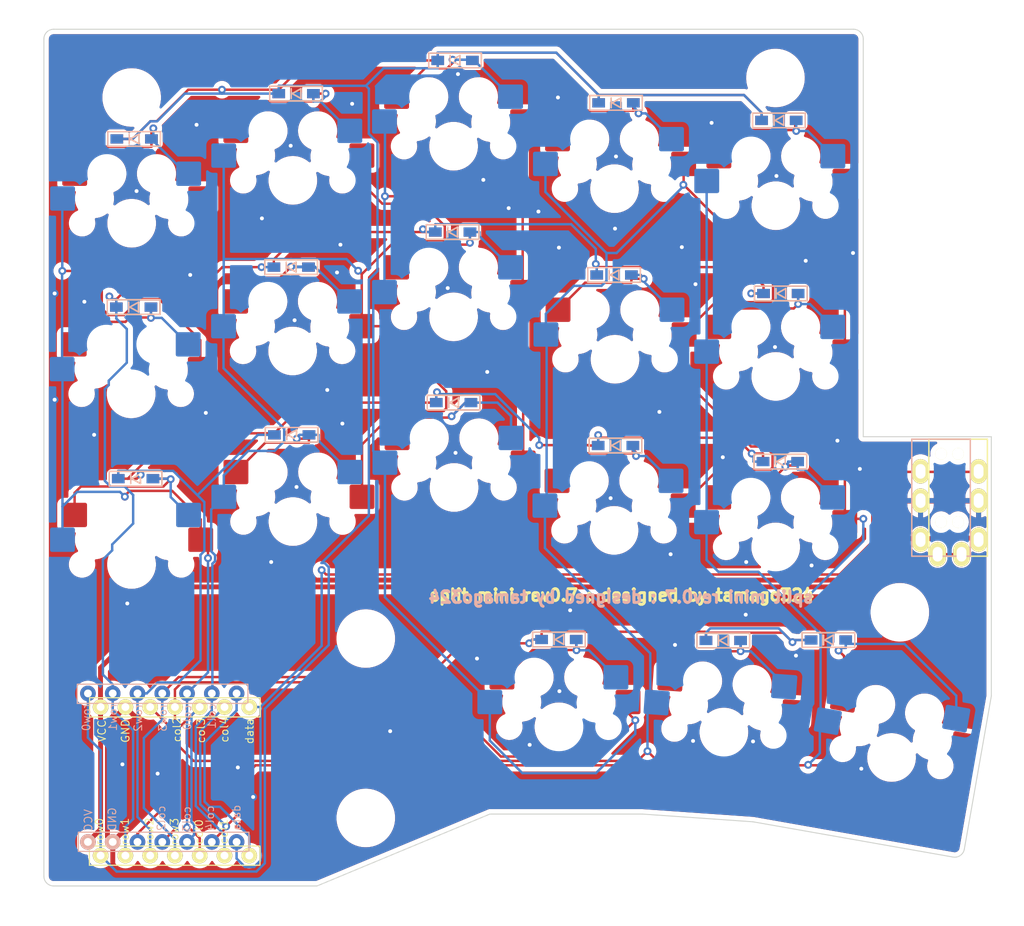
<source format=kicad_pcb>
(kicad_pcb (version 20211014) (generator pcbnew)
  (layers (0 "F.Cu" signal) (31 "B.Cu" signal) (34 "B.Paste" user) (35 "F.Paste" user) (36 "B.SilkS" user "B.Silkscreen") (37 "F.SilkS" user "F.Silkscreen") (38 "B.Mask" user) (39 "F.Mask" user) (44 "Edge.Cuts" user))
  (net 0 "")
  (net 1 "row0")
  (net 2 "Net-(D1-Pad2)")
  (net 3 "Net-(D2-Pad2)")
  (net 4 "Net-(D3-Pad2)")
  (net 5 "Net-(D4-Pad2)")
  (net 6 "Net-(D5-Pad2)")
  (net 7 "Net-(D6-Pad2)")
  (net 8 "Net-(D7-Pad2)")
  (net 9 "Net-(D8-Pad2)")
  (net 10 "Net-(D9-Pad2)")
  (net 11 "Net-(D10-Pad2)")
  (net 12 "row1")
  (net 13 "Net-(D11-Pad2)")
  (net 14 "Net-(D12-Pad2)")
  (net 15 "Net-(D13-Pad2)")
  (net 16 "Net-(D14-Pad2)")
  (net 17 "Net-(D15-Pad2)")
  (net 18 "Net-(D16-Pad2)")
  (net 19 "Net-(D17-Pad2)")
  (net 20 "Net-(D18-Pad2)")
  (net 21 "row2")
  (net 22 "row3")
  (net 23 "unconnected-(J1-PadA)")
  (net 24 "data")
  (net 25 "GND")
  (net 26 "VCC")
  (net 27 "col0")
  (net 28 "col1")
  (net 29 "col2")
  (net 30 "col3")
  (net 31 "col4")
  (net 32 "unconnected-(U1-Pad7)")
  (net 33 "unconnected-(U1-Pad12)")
  (footprint "split-mini:D3_SMD" (layer "F.Cu") (at 44.85 47.4)
    (fp_text reference "D7" hide)
    (fp_text value "D" hide)
  )
  (footprint "split-mini:MX-Hotswap-1U" (layer "F.Cu") (at 28.45 60.4)
    (fp_text reference "SW6")
    (fp_text value "SW_PUSH")
  )
  (footprint "split-mini:MX-Hotswap-1U" (layer "F.Cu") (at 28.49 77.9)
    (fp_text reference "SW11")
    (fp_text value "SW_PUSH")
  )
  (footprint "split-mini:D3_SMD" (layer "F.Cu") (at 28.7 51.5)
    (fp_text reference "D6" hide)
    (fp_text value "D" hide)
  )
  (footprint "split-mini:MX-Hotswap-1U" (layer "F.Cu") (at 78.05 56.85)
    (fp_text reference "SW9")
    (fp_text value "SW_PUSH")
  )
  (footprint "split-mini:MX-Hotswap-1U" (layer "F.Cu") (at 61.5 35)
    (fp_text reference "SW3")
    (fp_text value "SW_PUSH")
  )
  (footprint "split-mini:D3_SMD" (layer "F.Cu") (at 77.95 48.2)
    (fp_text reference "D9" hide)
    (fp_text value "D" hide)
  )
  (footprint "split-mini:D3_SMD" (layer "F.Cu") (at 72.3 85.6)
    (fp_text reference "D16" hide)
    (fp_text value "D" hide)
  )
  (footprint "split-mini:D3_SMD" (layer "F.Cu") (at 28.9 69.1)
    (fp_text reference "D11" hide)
    (fp_text value "D" hide)
  )
  (footprint "split-mini:D3_SMD" (layer "F.Cu") (at 78.1 65.7)
    (fp_text reference "D14" hide)
    (fp_text value "D" hide)
  )
  (footprint "split-mini:D3_SMD" (layer "F.Cu") (at 89.15 85.7)
    (fp_text reference "D17" hide)
    (fp_text value "D" hide)
  )
  (footprint "split-mini:MX-Hotswap-1U" (layer "F.Cu") (at 94.54 41.1)
    (fp_text reference "SW5")
    (fp_text value "SW_PUSH")
  )
  (footprint "split-mini:M2_HOLE_v2_4.5mm" (layer "F.Cu") (at 52.5 85.5)
    (fp_text reference "HOLE3" hide)
    (fp_text value "Val**" hide)
  )
  (footprint "split-mini:MX-Hotswap-1U" (layer "F.Cu") (at 94.52 76.1)
    (fp_text reference "SW15")
    (fp_text value "SW_PUSH")
  )
  (footprint "split-mini:D3_SMD" (layer "F.Cu") (at 61.5 61.3)
    (fp_text reference "D13" hide)
    (fp_text value "D" hide)
  )
  (footprint "split-mini:MX-Hotswap-1U" (layer "F.Cu") (at 45 56)
    (fp_text reference "SW7")
    (fp_text value "SW_PUSH")
  )
  (footprint "split-mini:D3_SMD" (layer "F.Cu") (at 28.75 34.25)
    (fp_text reference "D1" hide)
    (fp_text value "D" hide)
  )
  (footprint "split-mini:M2_HOLE_v2_4.5mm" (layer "F.Cu") (at 107.25 82.8)
    (fp_text reference "HOLE5" hide)
    (fp_text value "Val**" hide)
  )
  (footprint "split-mini:MX-Hotswap-1U" (layer "F.Cu") (at 72.3 94.55)
    (fp_text reference "SW16")
    (fp_text value "SW_PUSH")
  )
  (footprint "split-mini:D3_SMD" (layer "F.Cu") (at 99.925 85.65)
    (fp_text reference "D18" hide)
    (fp_text value "D" hide)
  )
  (footprint "split-mini:M2_HOLE_v2_4.5mm" (layer "F.Cu") (at 52.5 103.9)
    (fp_text reference "HOLE4" hide)
    (fp_text value "Val*" hide)
  )
  (footprint "split-mini:D3_SMD" (layer "F.Cu") (at 78.15 30.55)
    (fp_text reference "D4" hide)
    (fp_text value "D" hide)
  )
  (footprint "split-mini:D3_SMD" (layer "F.Cu") (at 95.05 50.1)
    (fp_text reference "D10" hide)
    (fp_text value "D" hide)
  )
  (footprint "split-mini:MX-Hotswap-1U" (layer "F.Cu") (at 106.4 97.7 -10)
    (fp_text reference "SW18")
    (fp_text value "SW_PUSH")
  )
  (footprint "split-mini:MJ-4PP-9" (layer "F.Cu") (at 113.225 65.05)
    (fp_text reference "J1")
    (fp_text value "MJ-4PP-9" hide)
  )
  (footprint "split-mini:D3_SMD" (layer "F.Cu") (at 61.65 26.2)
    (fp_text reference "D3" hide)
    (fp_text value "D" hide)
  )
  (footprint "split-mini:MX-Hotswap-1U" (layer "F.Cu") (at 61.5 52.5)
    (fp_text reference "SW8")
    (fp_text value "SW_PUSH")
  )
  (footprint "split-mini:M2_HOLE_v2_4.5mm" (layer "F.Cu") (at 94.5 28)
    (fp_text reference "HOLE2" hide)
    (fp_text value "Val**" hide)
  )
  (footprint "split-mini:MX-Hotswap-1U" (layer "F.Cu") (at 89.211824 95.090444 -4)
    (fp_text reference "SW17")
    (fp_text value "SW_PUSH")
  )
  (footprint "split-mini:XIAO-RP2040_mod" (layer "F.Cu") (at 43.485 109.03 90)
    (fp_text reference "U1" hide)
    (fp_text value "Seeed Studio XIAO SAMD21")
  )
  (footprint "split-mini:MX-Hotswap-1U" (layer "F.Cu") (at 94.53 58.61)
    (fp_text reference "SW10")
    (fp_text value "SW_PUSH")
  )
  (footprint "split-mini:D3_SMD" (layer "F.Cu") (at 95 67.35)
    (fp_text reference "D15" hide)
    (fp_text value "D" hide)
  )
  (footprint "split-mini:MX-Hotswap-1U" (layer "F.Cu") (at 45.02 38.5)
    (fp_text reference "SW2")
    (fp_text value "SW_PUSH")
  )
  (footprint "split-mini:MX-Hotswap-1U" (layer "F.Cu") (at 61.55 70)
    (fp_text reference "SW13")
    (fp_text value "SW_PUSH")
  )
  (footprint "split-mini:M2_HOLE_v2_4.5mm" (layer "F.Cu") (at 28.5 30)
    (fp_text reference "HOLE1" hide)
    (fp_text value "Val**" hide)
  )
  (footprint "split-mini:MX-Hotswap-1U" (layer "F.Cu") (at 45.03 73.5)
    (fp_text reference "SW12")
    (fp_text value "SW_PUSH")
  )
  (footprint "split-mini:MX-Hotswap-1U" (layer "F.Cu") (at 77.95 74.4)
    (fp_text reference "SW14")
    (fp_text value "SW_PUSH")
  )
  (footprint "split-mini:MX-Hotswap-1U" (layer "F.Cu") (at 28.5 42.9)
    (fp_text reference "SW1")
    (fp_text value "SW_PUSH")
  )
  (footprint "split-mini:D3_SMD" (layer "F.Cu") (at 94.85 32.35)
    (fp_text reference "D5" hide)
    (fp_text value "D" hide)
  )
  (footprint "split-mini:D3_SMD" (layer "F.Cu") (at 61.4 43.8)
    (fp_text reference "D8" hide)
    (fp_text value "D" hide)
  )
  (footprint "split-mini:MX-Hotswap-1U" (layer "F.Cu") (at 78 39.35)
    (fp_text reference "SW4")
    (fp_text value "SW_PUSH")
  )
  (footprint "split-mini:D3_SMD" (layer "F.Cu") (at 45.35 29.6)
    (fp_text reference "D2" hide)
    (fp_text value "D" hide)
  )
  (footprint "split-mini:D3_SMD" (layer "F.Cu") (at 44.9 64.6)
    (fp_text reference "D12" hide)
    (fp_text value "D" hide)
  )
  (gr_arc (start 102.500001 23) (mid 103.207107 23.292894) (end 103.500001 24) (layer "Edge.Cuts") (width 0.1))
  (gr_line (start 116.627879 64.794954) (end 103.500001 64.794954) (layer "Edge.Cuts") (width 0.1))
  (gr_line (start 19.500001 24) (end 19.500001 109.875) (layer "Edge.Cuts") (width 0.1))
  (gr_line (start 20.500001 110.875) (end 47.500001 110.875) (layer "Edge.Cuts") (width 0.1))
  (gr_arc (start 113.861108 107.100314) (mid 113.449885 107.745839) (end 112.702652 107.911473) (layer "Edge.Cuts") (width 0.1))
  (gr_line (start 103.500001 64.794954) (end 103.500001 24) (layer "Edge.Cuts") (width 0.1))
  (gr_line (start 65.225001 103.5) (end 80.832493 103.5) (layer "Edge.Cuts") (width 0.1))
  (gr_line (start 113.861108 107.100314) (end 116.627879 91.409175) (layer "Edge.Cuts") (width 0.1))
  (gr_line (start 80.832493 103.5) (end 92.186758 104.293968) (layer "Edge.Cuts") (width 0.1))
  (gr_line (start 102.500001 23) (end 20.500001 23) (layer "Edge.Cuts") (width 0.1))
  (gr_arc (start 20.500001 110.875) (mid 19.792894 110.582107) (end 19.500001 109.875) (layer "Edge.Cuts") (width 0.1))
  (gr_arc (start 19.500001 24) (mid 19.792894 23.292893) (end 20.500001 23) (layer "Edge.Cuts") (width 0.1))
  (gr_line (start 116.627879 91.409175) (end 116.627879 64.794954) (layer "Edge.Cuts") (width 0.1))
  (gr_line (start 92.186758 104.293968) (end 112.702652 107.911473) (layer "Edge.Cuts") (width 0.1))
  (gr_line (start 47.500001 110.875) (end 65.225001 103.5) (layer "Edge.Cuts") (width 0.1))
  (gr_text "split mini rev0.7 : designed by tamago324" (at 78.65 81.25) (layer "B.SilkS") (effects (font (size 1.2 1.2) (thickness 0.3)) (justify mirror)))
  (gr_text "split mini rev0.7 : designed by tamago324" (at 78.75 81.05) (layer "F.SilkS") (effects (font (size 1.2 1.2) (thickness 0.3))))
  (segment (start 28.605495 34.25) (end 26.975 34.25) (width 0.25) (layer "F.Cu") (net 1))
  (segment (start 59.875 26.2) (end 59.875 25.3997) (width 0.25) (layer "F.Cu") (net 1))
  (segment (start 76.375 30.55) (end 76.375 29.8623) (width 0.25) (layer "F.Cu") (net 1))
  (segment (start 76.375 29.7497) (end 72.025 25.3997) (width 0.25) (layer "F.Cu") (net 1))
  (segment (start 30.416595 32.4389) (end 28.605495 34.25) (width 0.25) (layer "F.Cu") (net 1))
  (segment (start 34.3002 29.1998) (end 31.0611 32.4389) (width 0.25) (layer "F.Cu") (net 1))
  (segment (start 76.375 29.8623) (end 76.375 29.7497) (width 0.25) (layer "F.Cu") (net 1))
  (segment (start 43.575 29.6) (end 43.575 29.1998) (width 0.25) (layer "F.Cu") (net 1))
  (segment (start 72.025 25.3997) (end 59.875 25.3997) (width 0.25) (layer "F.Cu") (net 1))
  (segment (start 91.275 29.7497) (end 93.075 31.5497) (width 0.25) (layer "F.Cu") (net 1))
  (segment (start 46.5748 26.2) (end 59.875 26.2) (width 0.25) (layer "F.Cu") (net 1))
  (segment (start 37.7558 29.1998) (end 34.3002 29.1998) (width 0.25) (layer "F.Cu") (net 1))
  (segment (start 31.0611 32.4389) (end 30.416595 32.4389) (width 0.25) (layer "F.Cu") (net 1))
  (segment (start 93.075 32.35) (end 93.075 31.5497) (width 0.25) (layer "F.Cu") (net 1))
  (segment (start 37.7558 29.1998) (end 43.575 29.1998) (width 0.25) (layer "F.Cu") (net 1))
  (segment (start 43.575 29.1998) (end 46.5748 26.2) (width 0.25) (layer "F.Cu") (net 1))
  (segment (start 76.375 29.7497) (end 91.275 29.7497) (width 0.25) (layer "F.Cu") (net 1))
  (via (at 37.7558 29.1998) (size 0.8) (drill 0.4) (layers "F.Cu" "B.Cu") (net 1))
  (segment (start 54.3188 27.0003) (end 52.5194 28.7997) (width 0.25) (layer "B.Cu") (net 1))
  (segment (start 43.575 28.7997) (end 52.5194 28.7997) (width 0.25) (layer "B.Cu") (net 1))
  (segment (start 52.5194 28.7997) (end 52.815 29.0953) (width 0.25) (layer "B.Cu") (net 1))
  (segment (start 91.275 29.7497) (end 93.075 31.5497) (width 0.25) (layer "B.Cu") (net 1))
  (segment (start 76.375 29.7497) (end 72.025 25.3997) (width 0.25) (layer "B.Cu") (net 1))
  (segment (start 24.015 95.665) (end 24.015 91.125) (width 0.25) (layer "B.Cu") (net 1))
  (segment (start 53.7 34.612462) (end 53.7 47.807538) (width 0.25) (layer "B.Cu") (net 1))
  (segment (start 76.375 29.8623) (end 76.375 29.7497) (width 0.25) (layer "B.Cu") (net 1))
  (segment (start 48.7021 78.175695) (end 48.7021 86.157896) (width 0.25) (layer "B.Cu") (net 1))
  (segment (start 25.314 107.7575) (end 25.314 96.964) (width 0.25) (layer "B.Cu") (net 1))
  (segment (start 59.875 27.0003) (end 54.3188 27.0003) (width 0.25) (layer "B.Cu") (net 1))
  (segment (start 52.815 33.727462) (end 53.7 34.612462) (width 0.25) (layer "B.Cu") (net 1))
  (segment (start 59.875 26.2) (end 59.875 25.3997) (width 0.25) (layer "B.Cu") (net 1))
  (segment (start 48.7021 86.157896) (end 42.1511 92.708896) (width 0.25) (layer "B.Cu") (net 1))
  (segment (start 26.9532 109.3967) (end 25.314 107.7575) (width 0.25) (layer "B.Cu") (net 1))
  (segment (start 93.075 32.35) (end 93.075 31.5497) (width 0.25) (layer "B.Cu") (net 1))
  (segment (start 76.375 30.55) (end 76.375 29.8623) (width 0.25) (layer "B.Cu") (net 1))
  (segment (start 43.575 29.6) (end 43.575 28.7997) (width 0.25) (layer "B.Cu") (net 1))
  (segment (start 31.1111 32.4389) (end 30.416595 32.4389) (width 0.25) (layer "B.Cu") (net 1))
  (segment (start 52.815 72.894) (end 47.958 77.751) (width 0.25) (layer "B.Cu") (net 1))
  (segment (start 37.7558 29.6) (end 33.95 29.6) (width 0.25) (layer "B.Cu") (net 1))
  (segment (start 43.575 29.6) (end 37.7558 29.6) (width 0.25) (layer "B.Cu") (net 1))
  (segment (start 25.314 96.964) (end 24.015 95.665) (width 0.25) (layer "B.Cu") (net 1))
  (segment (start 72.025 25.3997) (end 59.875 25.3997) (width 0.25) (layer "B.Cu") (net 1))
  (segment (start 59.875 26.2) (end 59.875 27.0003) (width 0.25) (layer "B.Cu") (net 1))
  (segment (start 41.2929 109.3967) (end 26.9532 109.3967) (width 0.25) (layer "B.Cu") (net 1))
  (segment (start 52.815 29.0953) (end 52.815 33.727462) (width 0.25) (layer "B.Cu") (net 1))
  (segment (start 53.7 47.807538) (end 52.815 48.692538) (width 0.25) (layer "B.Cu") (net 1))
  (segment (start 30.416595 32.4389) (end 28.605495 34.25) (width 0.25) (layer "B.Cu") (net 1))
  (segment (start 48.277405 77.751) (end 48.7021 78.175695) (width 0.25) (layer "B.Cu") (net 1))
  (segment (start 42.1511 108.5385) (end 41.2929 109.3967) (width 0.25) (layer "B.Cu") (net 1))
  (segment (start 76.375 29.7497) (end 91.275 29.7497) (width 0.25) (layer "B.Cu") (net 1))
  (segment (start 47.958 77.751) (end 48.277405 77.751) (width 0.25) (layer "B.Cu") (net 1))
  (segment (start 52.815 48.692538) (end 52.815 72.894) (width 0.25) (layer "B.Cu") (net 1))
  (segment (start 33.95 29.6) (end 31.1111 32.4389) (width 0.25) (layer "B.Cu") (net 1))
  (segment (start 42.1511 92.708896) (end 42.1511 108.5385) (width 0.25) (layer "B.Cu") (net 1))
  (segment (start 28.605495 34.25) (end 26.975 34.25) (width 0.25) (layer "B.Cu") (net 1))
  (segment (start 37.7558 29.6) (end 37.7558 29.1998) (width 0.25) (layer "B.Cu") (net 1))
  (segment (start 30.525 35.0503) (end 25.4277 35.0503) (width 0.25) (layer "F.Cu") (net 2))
  (segment (start 25.4277 35.0503) (end 22.658 37.82) (width 0.25) (layer "F.Cu") (net 2))
  (segment (start 30.525 34.25) (end 30.525 35.0503) (width 0.25) (layer "F.Cu") (net 2))
  (segment (start 30.525 34.25) (end 30.525 33.3558) (width 0.25) (layer "F.Cu") (net 2))
  (segment (start 30.525 33.3558) (end 30.7169 33.1639) (width 0.25) (layer "F.Cu") (net 2))
  (via (at 30.7169 33.1639) (size 0.8) (drill 0.4) (layers "F.Cu" "B.Cu") (net 2))
  (segment (start 30.525 34.25) (end 30.525 34.6501) (width 0.25) (layer "B.Cu") (net 2))
  (segment (start 30.7169 34.4582) (end 30.7169 33.1639) (width 0.25) (layer "B.Cu") (net 2))
  (segment (start 30.525 34.6501) (end 30.7169 34.4582) (width 0.25) (layer "B.Cu") (net 2))
  (segment (start 30.7169 34.4582) (end 34.0787 37.82) (width 0.25) (layer "B.Cu") (net 2))
  (segment (start 34.0787 37.82) (end 34.342 37.82) (width 0.25) (layer "B.Cu") (net 2))
  (segment (start 48.1003 29.6) (end 48.3848 29.6) (width 0.25) (layer "F.Cu") (net 3))
  (segment (start 47.125 29.6) (end 47.125 30.4003) (width 0.25) (layer "F.Cu") (net 3))
  (segment (start 47.125 30.4003) (end 42.1977 30.4003) (width 0.25) (layer "F.Cu") (net 3))
  (segment (start 47.125 29.6) (end 48.1003 29.6) (width 0.25) (layer "F.Cu") (net 3))
  (segment (start 42.1977 30.4003) (end 39.178 33.42) (width 0.25) (layer "F.Cu") (net 3))
  (via (at 48.3848 29.6) (size 0.8) (drill 0.4) (layers "F.Cu" "B.Cu") (net 3))
  (segment (start 47.8498 30.4078) (end 50.862 33.42) (width 0.25) (layer "B.Cu") (net 3))
  (segment (start 47.8498 30.4003) (end 47.8498 30.4078) (width 0.25) (layer "B.Cu") (net 3))
  (segment (start 47.125 30.4003) (end 47.8498 30.4003) (width 0.25) (layer "B.Cu") (net 3))
  (segment (start 47.8498 30.4003) (end 48.3848 29.8653) (width 0.25) (layer "B.Cu") (net 3))
  (segment (start 48.3848 29.8653) (end 48.3848 29.6) (width 0.25) (layer "B.Cu") (net 3))
  (segment (start 47.125 29.6) (end 47.125 30.4003) (width 0.25) (layer "B.Cu") (net 3))
  (segment (start 61.4 26.1242) (end 61.4 26.45) (width 0.25) (layer "F.Cu") (net 4))
  (segment (start 58.5777 27.0003) (end 55.658 29.92) (width 0.25) (layer "F.Cu") (net 4))
  (segment (start 62.9491 26.1242) (end 61.4 26.1242) (width 0.25) (layer "F.Cu") (net 4))
  (segment (start 61.4 26.45) (end 60.8497 27.0003) (width 0.25) (layer "F.Cu") (net 4))
  (segment (start 60.8497 27.0003) (end 58.5777 27.0003) (width 0.25) (layer "F.Cu") (net 4))
  (via (at 61.4 26.1242) (size 0.8) (drill 0.4) (layers "F.Cu" "B.Cu") (net 4))
  (segment (start 61.4 26.1242) (end 63.5462 26.1242) (width 0.25) (layer "B.Cu") (net 4))
  (segment (start 63.3492 26.1242) (end 63.425 26.2) (width 0.25) (layer "B.Cu") (net 4))
  (segment (start 63.5462 26.1242) (end 67.342 29.92) (width 0.25) (layer "B.Cu") (net 4))
  (segment (start 61.4 26.1242) (end 63.3492 26.1242) (width 0.25) (layer "B.Cu") (net 4))
  (segment (start 80.436 31.6263) (end 80.4628 31.6263) (width 0.25) (layer "F.Cu") (net 5))
  (segment (start 79.925 31.1153) (end 80.436 31.6263) (width 0.25) (layer "F.Cu") (net 5))
  (segment (start 79.925 30.55) (end 79.925 31.1153) (width 0.25) (layer "F.Cu") (net 5))
  (segment (start 79.925 31.1153) (end 79.925 31.3503) (width 0.25) (layer "F.Cu") (net 5))
  (segment (start 79.925 31.3503) (end 75.0777 31.3503) (width 0.25) (layer "F.Cu") (net 5))
  (segment (start 75.0777 31.3503) (end 72.158 34.27) (width 0.25) (layer "F.Cu") (net 5))
  (via (at 80.4628 31.6263) (size 0.8) (drill 0.4) (layers "F.Cu" "B.Cu") (net 5))
  (segment (start 81.1983 31.6263) (end 83.842 34.27) (width 0.25) (layer "B.Cu") (net 5))
  (segment (start 80.4628 31.6263) (end 81.1983 31.6263) (width 0.25) (layer "B.Cu") (net 5))
  (segment (start 80.4628 31.4879) (end 80.4628 31.6263) (width 0.25) (layer "B.Cu") (net 5))
  (segment (start 79.925 30.9501) (end 80.4628 31.4879) (width 0.25) (layer "B.Cu") (net 5))
  (segment (start 79.925 30.55) (end 79.925 30.9501) (width 0.25) (layer "B.Cu") (net 5))
  (segment (start 91.3795 33.3385) (end 88.698 36.02) (width 0.25) (layer "F.Cu") (net 6))
  (segment (start 96.5284 32.8467) (end 96.5284 33.3385) (width 0.25) (layer "F.Cu") (net 6))
  (segment (start 96.5284 33.3385) (end 96.625 33.4351) (width 0.25) (layer "F.Cu") (net 6))
  (segment (start 96.625 32.35) (end 96.625 32.7501) (width 0.25) (layer "F.Cu") (net 6))
  (segment (start 96.5284 33.3385) (end 91.3795 33.3385) (width 0.25) (layer "F.Cu") (net 6))
  (segment (start 96.625 32.7501) (end 96.5284 32.8467) (width 0.25) (layer "F.Cu") (net 6))
  (via (at 96.625 33.4351) (size 0.8) (drill 0.4) (layers "F.Cu" "B.Cu") (net 6))
  (segment (start 96.625 32.35) (end 96.625 33.4351) (width 0.25) (layer "B.Cu") (net 6))
  (segment (start 97.7971 33.4351) (end 100.382 36.02) (width 0.25) (layer "B.Cu") (net 6))
  (segment (start 96.625 33.4351) (end 97.7971 33.4351) (width 0.25) (layer "B.Cu") (net 6))
  (segment (start 25.0461 52.8819) (end 25.1779 53.0138) (width 0.25) (layer "F.Cu") (net 7))
  (segment (start 28.3122 52.5635) (end 30.2118 52.5635) (width 0.25) (layer "F.Cu") (net 7))
  (segment (start 22.608 55.32) (end 25.0461 52.8819) (width 0.25) (layer "F.Cu") (net 7))
  (segment (start 30.2118 52.5635) (end 30.3221 52.4532) (width 0.25) (layer "F.Cu") (net 7))
  (segment (start 30.475 51.5) (end 30.475 52.3003) (width 0.25) (layer "F.Cu") (net 7))
  (segment (start 30.475 52.3003) (end 30.3221 52.4532) (width 0.25) (layer "F.Cu") (net 7))
  (segment (start 25.1779 53.0138) (end 27.8619 53.0138) (width 0.25) (layer "F.Cu") (net 7))
  (segment (start 30.3221 52.4532) (end 30.475 52.6062) (width 0.25) (layer "F.Cu") (net 7))
  (segment (start 27.8619 53.0138) (end 28.3122 52.5635) (width 0.25) (layer "F.Cu") (net 7))
  (via (at 30.475 52.6062) (size 0.8) (drill 0.4) (layers "F.Cu" "B.Cu") (net 7))
  (segment (start 30.475 52.6062) (end 31.5782 52.6062) (width 0.25) (layer "B.Cu") (net 7))
  (segment (start 30.475 51.5) (end 30.475 52.6062) (width 0.25) (layer "B.Cu") (net 7))
  (segment (start 31.5782 52.6062) (end 34.292 55.32) (width 0.25) (layer "B.Cu") (net 7))
  (segment (start 41.5982 48.4798) (end 39.158 50.92) (width 0.25) (layer "F.Cu") (net 8))
  (segment (start 46.625 47.4) (end 44.9 47.4) (width 0.25) (layer "F.Cu") (net 8))
  (segment (start 44.85 47.35) (end 43.7202 48.4798) (width 0.25) (layer "F.Cu") (net 8))
  (segment (start 43.7202 48.4798) (end 41.5982 48.4798) (width 0.25) (layer "F.Cu") (net 8))
  (segment (start 44.9 47.4) (end 44.85 47.35) (width 0.25) (layer "F.Cu") (net 8))
  (via (at 44.85 47.35) (size 0.8) (drill 0.4) (layers "F.Cu" "B.Cu") (net 8))
  (segment (start 44.85 47.35) (end 47.272 47.35) (width 0.25) (layer "B.Cu") (net 8))
  (segment (start 44.85 47.35) (end 44.9 47.4) (width 0.25) (layer "B.Cu") (net 8))
  (segment (start 47.272 47.35) (end 50.842 50.92) (width 0.25) (layer "B.Cu") (net 8))
  (segment (start 44.9 47.4) (end 46.625 47.4) (width 0.25) (layer "B.Cu") (net 8))
  (segment (start 62.9884 45.0909) (end 63.175 44.9043) (width 0.25) (layer "F.Cu") (net 9))
  (segment (start 63.175 44.2001) (end 63.175 44.9043) (width 0.25) (layer "F.Cu") (net 9))
  (segment (start 57.9871 45.0909) (end 62.9884 45.0909) (width 0.25) (layer "F.Cu") (net 9))
  (segment (start 63.175 43.8) (end 63.175 44.2001) (width 0.25) (layer "F.Cu") (net 9))
  (segment (start 55.658 47.42) (end 57.9871 45.0909) (width 0.25) (layer "F.Cu") (net 9))
  (via (at 63.175 44.9043) (size 0.8) (drill 0.4) (layers "F.Cu" "B.Cu") (net 9))
  (segment (start 64.1503 44.2283) (end 67.342 47.42) (width 0.25) (layer "B.Cu") (net 9))
  (segment (start 64.1503 43.8) (end 64.1503 44.2283) (width 0.25) (layer "B.Cu") (net 9))
  (segment (start 63.175 43.8) (end 63.175 44.9043) (width 0.25) (layer "B.Cu") (net 9))
  (segment (start 63.175 43.8) (end 64.1503 43.8) (width 0.25) (layer "B.Cu") (net 9))
  (segment (start 79.725 48.6001) (end 80.994 48.6001) (width 0.25) (layer "F.Cu") (net 10))
  (segment (start 79.725 49.0003) (end 74.9777 49.0003) (width 0.25) (layer "F.Cu") (net 10))
  (segment (start 74.9777 49.0003) (end 72.208 51.77) (width 0.25) (layer "F.Cu") (net 10))
  (segment (start 79.725 48.6001) (end 79.725 49.0003) (width 0.25) (layer "F.Cu") (net 10))
  (segment (start 79.725 48.2) (end 79.725 48.6001) (width 0.25) (layer "F.Cu") (net 10))
  (via (at 80.994 48.6001) (size 0.8) (drill 0.4) (layers "F.Cu" "B.Cu") (net 10))
  (segment (start 80.994 48.872) (end 80.994 48.6001) (width 0.25) (layer "B.Cu") (net 10))
  (segment (start 79.725 48.2) (end 80.7003 48.2) (width 0.25) (layer "B.Cu") (net 10))
  (segment (start 80.994 48.6001) (end 80.7003 48.3064) (width 0.25) (layer "B.Cu") (net 10))
  (segment (start 83.892 51.77) (end 80.994 48.872) (width 0.25) (layer "B.Cu") (net 10))
  (segment (start 80.7003 48.3064) (end 80.7003 48.2) (width 0.25) (layer "B.Cu") (net 10))
  (segment (start 96.825 50.5001) (end 96.825 51.1866) (width 0.25) (layer "F.Cu") (net 11))
  (segment (start 88.688 53.53) (end 90.5811 51.6369) (width 0.25) (layer "F.Cu") (net 11))
  (segment (start 90.5811 51.6369) (end 96.3747 51.6369) (width 0.25) (layer "F.Cu") (net 11))
  (segment (start 96.3747 51.6369) (end 96.825 51.1866) (width 0.25) (layer "F.Cu") (net 11))
  (segment (start 96.825 50.1) (end 96.825 50.5001) (width 0.25) (layer "F.Cu") (net 11))
  (via (at 96.825 51.1866) (size 0.8) (drill 0.4) (layers "F.Cu" "B.Cu") (net 11))
  (segment (start 98.0286 51.1866) (end 100.372 53.53) (width 0.25) (layer "B.Cu") (net 11))
  (segment (start 96.825 51.1866) (end 98.0286 51.1866) (width 0.25) (layer "B.Cu") (net 11))
  (segment (start 96.825 50.1) (end 96.825 51.1866) (width 0.25) (layer "B.Cu") (net 11))
  (segment (start 76.2876 47.3997) (end 76.2876 47.2881) (width 0.25) (layer "F.Cu") (net 12))
  (segment (start 58.6497 43.8) (end 45.8747 43.8) (width 0.25) (layer "F.Cu") (net 12))
  (segment (start 34.9475 50.2494) (end 37.7969 47.4) (width 0.25) (layer "F.Cu") (net 12))
  (segment (start 26.925 51.5) (end 26.925 50.6997) (width 0.25) (layer "F.Cu") (net 12))
  (segment (start 58.3575 43.5078) (end 58.6497 43.8) (width 0.25) (layer "F.Cu") (net 12))
  (segment (start 27.3753 50.2494) (end 34.9475 50.2494) (width 0.25) (layer "F.Cu") (net 12))
  (segment (start 93.275 50.1) (end 93.275 49.2997) (width 0.25) (layer "F.Cu") (net 12))
  (segment (start 41.8147 47.4) (end 43.075 47.4) (width 0.25) (layer "F.Cu") (net 12))
  (segment (start 59.625 43.8) (end 58.6497 43.8) (width 0.25) (layer "F.Cu") (net 12))
  (segment (start 76.2876 47.2881) (end 76.0812 47.0817) (width 0.25) (layer "F.Cu") (net 12))
  (segment (start 26.925 50.6997) (end 26.5048 50.6997) (width 0.25) (layer "F.Cu") (net 12))
  (segment (start 26.5048 50.6997) (end 26.2118 50.4067) (width 0.25) (layer "F.Cu") (net 12))
  (segment (start 37.7969 47.4) (end 41.8147 47.4) (width 0.25) (layer "F.Cu") (net 12))
  (segment (start 93.275 50.1) (end 92.2997 50.1) (width 0.25) (layer "F.Cu") (net 12))
  (segment (start 76.175 47.5123) (end 76.2876 47.3997) (width 0.25) (layer "F.Cu") (net 12))
  (segment (start 91.375 47.3997) (end 76.2876 47.3997) (width 0.25) (layer "F.Cu") (net 12))
  (segment (start 45.8747 43.8) (end 43.075 46.5997) (width 0.25) (layer "F.Cu") (net 12))
  (segment (start 92.2997 50.1) (end 92.0159 50.1) (width 0.25) (layer "F.Cu") (net 12))
  (segment (start 43.075 47.4) (end 43.075 46.5997) (width 0.25) (layer "F.Cu") (net 12))
  (segment (start 26.925 50.6997) (end 27.3753 50.2494) (width 0.25) (layer "F.Cu") (net 12))
  (segment (start 76.175 48.2) (end 76.175 47.5123) (width 0.25) (layer "F.Cu") (net 12))
  (segment (start 93.275 49.2997) (end 91.375 47.3997) (width 0.25) (layer "F.Cu") (net 12))
  (via (at 58.3575 43.5078) (size 0.8) (drill 0.4) (layers "F.Cu" "B.Cu") (net 12))
  (via (at 26.2118 50.4067) (size 0.8) (drill 0.4) (layers "F.Cu" "B.Cu") (net 12))
  (via (at 92.0159 50.1) (size 0.8) (drill 0.4) (layers "F.Cu" "B.Cu") (net 12))
  (via (at 76.0812 47.0817) (size 0.8) (drill 0.4) (layers "F.Cu" "B.Cu") (net 12))
  (via (at 41.8147 47.4) (size 0.8) (drill 0.4) (layers "F.Cu" "B.Cu") (net 12))
  (segment (start 76.0812 45.5312) (end 73.5497 42.9997) (width 0.25) (layer "B.Cu") (net 12))
  (segment (start 26.2118 50.4067) (end 26.5048 50.6997) (width 0.25) (layer "B.Cu") (net 12))
  (segment (start 76.175 48.2) (end 76.175 47.1755) (width 0.25) (layer "B.Cu") (net 12))
  (segment (start 43.075 47.4) (end 42.0997 47.4) (width 0.25) (layer "B.Cu") (net 12))
  (segment (start 28 57.2) (end 26.15 59.05) (width 0.25) (layer "B.Cu") (net 12))
  (segment (start 26.555 90.205) (end 26.555 91.125) (width 0.25) (layer "B.Cu") (net 12))
  (segment (start 26.925 52.675) (end 28 53.75) (width 0.25) (layer "B.Cu") (net 12))
  (segment (start 27.854 107.7575) (end 27.854 104.804) (width 0.25) (layer "B.Cu") (net 12))
  (segment (start 28.645 103.981396) (end 28.645 94.904491) (width 0.25) (layer "B.Cu") (net 12))
  (segment (start 28.660802 103.997198) (end 28.645 103.981396) (width 0.25) (layer "B.Cu") (net 12))
  (segment (start 26.15 59.05) (end 26.15 59.5) (width 0.25) (layer "B.Cu") (net 12))
  (segment (start 28.645 94.904491) (end 26.555 92.814491) (width 0.25) (layer "B.Cu") (net 12))
  (segment (start 76.0812 47.0817) (end 76.0812 45.5312) (width 0.25) (layer "B.Cu") (net 12))
  (segment (start 26.5 75.85) (end 26.5 76.45) (width 0.25) (layer "B.Cu") (net 12))
  (segment (start 26.555 92.814491) (end 26.555 91.125) (width 0.25) (layer "B.Cu") (net 12))
  (segment (start 28.65 70.774695) (end 28.65 73.7) (width 0.25) (layer "B.Cu") (net 12))
  (segment (start 27.854 104.804) (end 28.660802 103.997198) (width 0.25) (layer "B.Cu") (net 12))
  (segment (start 25.55 89.2) (end 26.555 90.205) (width 0.25) (layer "B.Cu") (net 12))
  (segment (start 93.275 50.1) (end 92.0159 50.1) (width 0.25) (layer "B.Cu") (net 12))
  (segment (start 26.15 59.5) (end 25.75 59.9) (width 0.25) (layer "B.Cu") (net 12))
  (segment (start 26.3246 69.9) (end 27.775305 69.9) (width 0.25) (layer "B.Cu") (net 12))
  (segment (start 73.5497 42.9997) (end 59.625 42.9997) (width 0.25) (layer "B.Cu") (net 12))
  (segment (start 25.75 59.9) (end 25.75 69.3254) (width 0.25) (layer "B.Cu") (net 12))
  (segment (start 42.0997 47.4) (end 41.8147 47.4) (width 0.25) (layer "B.Cu") (net 12))
  (segment (start 25.75 69.3254) (end 26.3246 69.9) (width 0.25) (layer "B.Cu") (net 12))
  (segment (start 76.175 47.1755) (end 76.0812 47.0817) (width 0.25) (layer "B.Cu") (net 12))
  (segment (start 58.6497 43.8) (end 58.3575 43.5078) (width 0.25) (layer "B.Cu") (net 12))
  (segment (start 26.05 90.62) (end 26.555 91.125) (width 0.25) (layer "B.Cu") (net 12))
  (segment (start 27.775305 69.9) (end 28.65 70.774695) (width 0.25) (layer "B.Cu") (net 12))
  (segment (start 26.5048 50.6997) (end 26.925 50.6997) (width 0.25) (layer "B.Cu") (net 12))
  (segment (start 26.925 51.5) (end 26.925 50.6997) (width 0.25) (layer "B.Cu") (net 12))
  (segment (start 26.5 76.45) (end 25.55 77.4) (width 0.25) (layer "B.Cu") (net 12))
  (segment (start 25.55 77.4) (end 25.55 89.2) (width 0.25) (layer "B.Cu") (net 12))
  (segment (start 28 53.75) (end 28 57.2) (width 0.25) (layer "B.Cu") (net 12))
  (segment (start 59.625 43.8) (end 58.6497 43.8) (width 0.25) (layer "B.Cu") (net 12))
  (segment (start 28.65 73.7) (end 26.5 75.85) (width 0.25) (layer "B.Cu") (net 12))
  (segment (start 59.625 42.9997) (end 59.625 43.8) (width 0.25) (layer "B.Cu") (net 12))
  (segment (start 26.925 51.5) (end 26.925 52.675) (width 0.25) (layer "B.Cu") (net 12))
  (segment (start 32.5 69.15) (end 32.45 69.1) (width 0.25) (layer "F.Cu") (net 13))
  (segment (start 32.5 69.15) (end 31.75 69.9) (width 0.25) (layer "F.Cu") (net 13))
  (segment (start 22.648 70.552) (end 22.648 72.82) (width 0.25) (layer "F.Cu") (net 13))
  (segment (start 31.75 69.9) (end 23.3 69.9) (width 0.25) (layer "F.Cu") (net 13))
  (segment (start 23.3 69.9) (end 22.648 70.552) (width 0.25) (layer "F.Cu") (net 13))
  (segment (start 32.45 69.1) (end 30.675 69.1) (width 0.25) (layer "F.Cu") (net 13))
  (via (at 32.5 69.15) (size 0.8) (drill 0.4) (layers "F.Cu" "B.Cu") (net 13))
  (segment (start 32.5 69.15) (end 32.45 69.1) (width 0.25) (layer "B.Cu") (net 13))
  (segment (start 32.5 69.15) (end 32.5 70.988) (width 0.25) (layer "B.Cu") (net 13))
  (segment (start 32.45 69.1) (end 30.675 69.1) (width 0.25) (layer "B.Cu") (net 13))
  (segment (start 32.5 70.988) (end 34.332 72.82) (width 0.25) (layer "B.Cu") (net 13))
  (segment (start 46.675 65.0001) (end 46.675 65.4003) (width 0.25) (layer "F.Cu") (net 14))
  (segment (start 46.675 64.6) (end 46.675 65.0001) (width 0.25) (layer "F.Cu") (net 14))
  (segment (start 39.188 68.42) (end 42.2077 65.4003) (width 0.25) (layer "F.Cu") (net 14))
  (segment (start 46.675 65.0001) (end 45.4243 65.0001) (width 0.25) (layer "F.Cu") (net 14))
  (segment (start 42.2077 65.4003) (end 46.675 65.4003) (width 0.25) (layer "F.Cu") (net 14))
  (via (at 45.4243 65.0001) (size 0.8) (drill 0.4) (layers "F.Cu" "B.Cu") (net 14))
  (segment (start 47.6503 64.6) (end 47.6503 65.1983) (width 0.25) (layer "B.Cu") (net 14))
  (segment (start 45.6997 64.6) (end 45.4243 64.8754) (width 0.25) (layer "B.Cu") (net 14))
  (segment (start 45.4243 64.8754) (end 45.4243 65.0001) (width 0.25) (layer "B.Cu") (net 14))
  (segment (start 47.6503 65.1983) (end 50.872 68.42) (width 0.25) (layer "B.Cu") (net 14))
  (segment (start 46.675 64.6) (end 45.6997 64.6) (width 0.25) (layer "B.Cu") (net 14))
  (segment (start 46.675 64.6) (end 47.6503 64.6) (width 0.25) (layer "B.Cu") (net 14))
  (segment (start 61.3 62.7) (end 61.1655 62.8345) (width 0.25) (layer "F.Cu") (net 15))
  (segment (start 61.1655 62.8345) (end 57.7935 62.8345) (width 0.25) (layer "F.Cu") (net 15))
  (segment (start 57.7935 62.8345) (end 55.708 64.92) (width 0.25) (layer "F.Cu") (net 15))
  (segment (start 62.7 61.3) (end 63.275 61.3) (width 0.25) (layer "F.Cu") (net 15))
  (segment (start 61.3 62.7) (end 62.7 61.3) (width 0.25) (layer "F.Cu") (net 15))
  (via (at 61.3 62.7) (size 0.8) (drill 0.4) (layers "F.Cu" "B.Cu") (net 15))
  (segment (start 66 61.3) (end 67.392 62.692) (width 0.25) (layer "B.Cu") (net 15))
  (segment (start 67.392 62.692) (end 67.392 64.92) (width 0.25) (layer "B.Cu") (net 15))
  (segment (start 63.275 61.3) (end 66 61.3) (width 0.25) (layer "B.Cu") (net 15))
  (segment (start 61.3 62.7) (end 62.7 61.3) (width 0.25) (layer "B.Cu") (net 15))
  (segment (start 62.7 61.3) (end 63.275 61.3) (width 0.25) (layer "B.Cu") (net 15))
  (segment (start 79.875 66.5003) (end 74.9277 66.5003) (width 0.25) (layer "F.Cu") (net 16))
  (segment (start 79.875 66.1001) (end 79.875 66.5003) (width 0.25) (layer "F.Cu") (net 16))
  (segment (start 74.9277 66.5003) (end 72.108 69.32) (width 0.25) (layer "F.Cu") (net 16))
  (segment (start 79.875 66.1001) (end 80.21 66.4351) (width 0.25) (layer "F.Cu") (net 16))
  (segment (start 80.21 66.4351) (end 80.21 66.7763) (width 0.25) (layer "F.Cu") (net 16))
  (segment (start 79.875 65.7) (end 79.875 66.1001) (width 0.25) (layer "F.Cu") (net 16))
  (via (at 80.21 66.7763) (size 0.8) (drill 0.4) (layers "F.Cu" "B.Cu") (net 16))
  (segment (start 80.21 66.7763) (end 81.2483 66.7763) (width 0.25) (layer "B.Cu") (net 16))
  (segment (start 81.2483 66.7763) (end 83.792 69.32) (width 0.25) (layer "B.Cu") (net 16))
  (segment (start 80.21 66.5003) (end 80.21 66.7763) (width 0.25) (layer "B.Cu") (net 16))
  (segment (start 79.875 65.7) (end 79.875 66.1653) (width 0.25) (layer "B.Cu") (net 16))
  (segment (start 79.875 66.1653) (end 80.21 66.5003) (width 0.25) (layer "B.Cu") (net 16))
  (segment (start 95.5111 67.8633) (end 94.6361 68.7383) (width 0.25) (layer "F.Cu") (net 17))
  (segment (start 96.775 67.7501) (end 95.6243 67.7501) (width 0.25) (layer "F.Cu") (net 17))
  (segment (start 94.6361 68.7383) (end 90.9597 68.7383) (width 0.25) (layer "F.Cu") (net 17))
  (segment (start 96.775 67.35) (end 96.775 67.7501) (width 0.25) (layer "F.Cu") (net 17))
  (segment (start 90.9597 68.7383) (end 88.678 71.02) (width 0.25) (layer "F.Cu") (net 17))
  (segment (start 95.6243 67.7501) (end 95.5111 67.8633) (width 0.25) (layer "F.Cu") (net 17))
  (via (at 95.5111 67.8633) (size 0.8) (drill 0.4) (layers "F.Cu" "B.Cu") (net 17))
  (segment (start 96.775 67.35) (end 95.7997 67.35) (width 0.25) (layer "B.Cu") (net 17))
  (segment (start 97.4923 68.1503) (end 100.362 71.02) (width 0.25) (layer "B.Cu") (net 17))
  (segment (start 95.7997 67.5747) (end 95.7997 67.35) (width 0.25) (layer "B.Cu") (net 17))
  (segment (start 96.775 68.1503) (end 97.4923 68.1503) (width 0.25) (layer "B.Cu") (net 17))
  (segment (start 96.775 67.35) (end 96.775 68.1503) (width 0.25) (layer "B.Cu") (net 17))
  (segment (start 95.5111 67.8633) (end 95.7997 67.5747) (width 0.25) (layer "B.Cu") (net 17))
  (segment (start 74.075 85.6) (end 74.075 86.6745) (width 0.25) (layer "F.Cu") (net 18))
  (segment (start 74.075 86.6745) (end 74.0996 86.6991) (width 0.25) (layer "F.Cu") (net 18))
  (segment (start 66.7915 89.47) (end 69.587 86.6745) (width 0.25) (layer "F.Cu") (net 18))
  (segment (start 69.587 86.6745) (end 74.075 86.6745) (width 0.25) (layer "F.Cu") (net 18))
  (segment (start 66.458 89.47) (end 66.7915 89.47) (width 0.25) (layer "F.Cu") (net 18))
  (via (at 74.0996 86.6991) (size 0.8) (drill 0.4) (layers "F.Cu" "B.Cu") (net 18))
  (segment (start 75.3711 86.6991) (end 78.142 89.47) (width 0.25) (layer "B.Cu") (net 18))
  (segment (start 74.0996 86.6991) (end 75.3711 86.6991) (width 0.25) (layer "B.Cu") (net 18))
  (segment (start 74.075 86.0001) (end 74.0996 86.0247) (width 0.25) (layer "B.Cu") (net 18))
  (segment (start 74.075 85.6) (end 74.075 86.0001) (width 0.25) (layer "B.Cu") (net 18))
  (segment (start 74.0996 86.0247) (end 74.0996 86.6991) (width 0.25) (layer "B.Cu") (net 18))
  (segment (start 90.925 86.1001) (end 90.925 86.8015) (width 0.25) (layer "F.Cu") (net 19))
  (segment (start 90.925 86.8015) (end 85.5265 86.8015) (width 0.25) (layer "F.Cu") (net 19))
  (segment (start 85.5265 86.8015) (end 82.908 89.42) (width 0.25) (layer "F.Cu") (net 19))
  (segment (start 90.925 85.7) (end 90.925 86.1001) (width 0.25) (layer "F.Cu") (net 19))
  (via (at 90.925 86.8015) (size 0.8) (drill 0.4) (layers "F.Cu" "B.Cu") (net 19))
  (segment (start 91.9735 86.8015) (end 94.592 89.42) (width 0.25) (layer "B.Cu") (net 19))
  (segment (start 90.925 86.8015) (end 91.9735 86.8015) (width 0.25) (layer "B.Cu") (net 19))
  (segment (start 90.925 85.7) (end 90.925 86.8015) (width 0.25) (layer "B.Cu") (net 19))
  (segment (start 101.528886 91.682724) (end 101.528886 87.287586) (width 0.25) (layer "F.Cu") (net 20))
  (segment (start 101.7 86.4503) (end 101.2418 86.4503) (width 0.25) (layer "F.Cu") (net 20))
  (segment (start 101.528886 87.287586) (end 100.9667 86.7254) (width 0.25) (layer "F.Cu") (net 20))
  (segment (start 101.2418 86.4503) (end 100.9667 86.7254) (width 0.25) (layer "F.Cu") (net 20))
  (segment (start 101.7 85.65) (end 101.7 86.4503) (width 0.25) (layer "F.Cu") (net 20))
  (via (at 100.9667 86.7254) (size 0.8) (drill 0.4) (layers "F.Cu" "B.Cu") (net 20))
  (segment (start 113.03538 93.711629) (end 113.03538 91.36338) (width 0.25) (layer "B.Cu") (net 20))
  (segment (start 100.9667 86.7254) (end 101.2418 86.4503) (width 0.25) (layer "B.Cu") (net 20))
  (segment (start 101.2418 86.4503) (end 101.7 86.4503) (width 0.25) (layer "B.Cu") (net 20))
  (segment (start 113.03538 91.36338) (end 107.7221 86.0501) (width 0.25) (layer "B.Cu") (net 20))
  (segment (start 101.7 85.65) (end 101.7 86.0501) (width 0.25) (layer "B.Cu") (net 20))
  (segment (start 101.7 86.0501) (end 101.7 86.4503) (width 0.25) (layer "B.Cu") (net 20))
  (segment (start 107.7221 86.0501) (end 101.7 86.0501) (width 0.25) (layer "B.Cu") (net 20))
  (segment (start 76.325 65.7) (end 75.3497 65.7) (width 0.25) (layer "F.Cu") (net 21))
  (segment (start 43.125 64.4455) (end 32.7548 64.4455) (width 0.25) (layer "F.Cu") (net 21))
  (segment (start 93.225 67.35) (end 93.225 66.5497) (width 0.25) (layer "F.Cu") (net 21))
  (segment (start 92.0634 66.5237) (end 93.199 66.5237) (width 0.25) (layer "F.Cu") (net 21))
  (segment (start 70.2813 65.6598) (end 75.3095 65.6598) (width 0.25) (layer "F.Cu") (net 21))
  (segment (start 29.425498 68.7) (end 29.025498 69.1) (width 0.25) (layer "F.Cu") (net 21))
  (segment (start 76.4376 64.7373) (end 76.325 64.6247) (width 0.25) (layer "F.Cu") (net 21))
  (segment (start 93.199 66.5237) (end 93.225 66.5497) (width 0.25) (layer "F.Cu") (net 21))
  (segment (start 76.325 65.7) (end 76.325 65.0123) (width 0.25) (layer "F.Cu") (net 21))
  (segment (start 90.4394 64.8997) (end 92.0634 66.5237) (width 0.25) (layer "F.Cu") (net 21))
  (segment (start 59.8004 60.2245) (end 59.725 60.2999) (width 0.25) (layer "F.Cu") (net 21))
  (segment (start 43.125 64.6) (end 43.125 64.4455) (width 0.25) (layer "F.Cu") (net 21))
  (segment (start 76.4376 64.8997) (end 90.4394 64.8997) (width 0.25) (layer "F.Cu") (net 21))
  (segment (start 76.4376 64.8997) (end 76.4376 64.7373) (width 0.25) (layer "F.Cu") (net 21))
  (segment (start 27.125 69.1) (end 28.1003 69.1) (width 0.25) (layer "F.Cu") (net 21))
  (segment (start 75.3095 65.6598) (end 75.3497 65.7) (width 0.25) (layer "F.Cu") (net 21))
  (segment (start 43.125 64.4455) (end 46.2705 61.3) (width 0.25) (layer "F.Cu") (net 21))
  (segment (start 59.725 60.2999) (end 59.725 61.3) (width 0.25) (layer "F.Cu") (net 21))
  (segment (start 32.7548 64.4455) (end 28.1003 69.1) (width 0.25) (layer "F.Cu") (net 21))
  (segment (start 76.325 65.0123) (end 76.4376 64.8997) (width 0.25) (layer "F.Cu") (net 21))
  (segment (start 46.2705 61.3) (end 59.725 61.3) (width 0.25) (layer "F.Cu") (net 21))
  (segment (start 29.025498 69.1) (end 28.1003 69.1) (width 0.25) (layer "F.Cu") (net 21))
  (via (at 92.0634 66.5237) (size 0.8) (drill 0.4) (layers "F.Cu" "B.Cu") (net 21))
  (via (at 76.325 64.6247) (size 0.8) (drill 0.4) (layers "F.Cu" "B.Cu") (net 21))
  (via (at 59.8004 60.2245) (size 0.8) (drill 0.4) (layers "F.Cu" "B.Cu") (net 21))
  (via (at 29.425498 68.7) (size 0.8) (drill 0.4) (layers "F.Cu" "B.Cu") (net 21))
  (via (at 70.2813 65.6598) (size 0.8) (drill 0.4) (layers "F.Cu" "B.Cu") (net 21))
  (segment (start 59.725 60.4997) (end 59.8004 60.4243) (width 0.25) (layer "B.Cu") (net 21))
  (segment (start 29.095 103.795) (end 29.095 91.125) (width 0.25) (layer "B.Cu") (net 21))
  (segment (start 32.7497 68.2997) (end 28.9694 68.2997) (width 0.25) (layer "B.Cu") (net 21))
  (segment (start 93.225 67.35) (end 92.2497 67.35) (width 0.25) (layer "B.Cu") (net 21))
  (segment (start 28.9694 68.2997) (end 29.025198 68.2997) (width 0.25) (layer "B.Cu") (net 21))
  (segment (start 92.2497 67.35) (end 92.2497 66.71) (width 0.25) (layer "B.Cu") (net 21))
  (segment (start 59.725 61.3) (end 59.725 60.4997) (width 0.25) (layer "B.Cu") (net 21))
  (segment (start 28.9694 68.2997) (end 27.125 68.2997) (width 0.25) (layer "B.Cu") (net 21))
  (segment (start 59.8004 60.4243) (end 65.7689 60.4243) (width 0.25) (layer "B.Cu") (net 21))
  (segment (start 30.394 105.094) (end 29.095 103.795) (width 0.25) (layer "B.Cu") (net 21))
  (segment (start 31.169009 90) (end 33.3 90) (width 0.25) (layer "B.Cu") (net 21))
  (segment (start 76.325 64.8997) (end 76.325 64.6247) (width 0.25) (layer "B.Cu") (net 21))
  (segment (start 35.343769 70.693769) (end 41.437538 64.6) (width 0.25) (layer "B.Cu") (net 21))
  (segment (start 30.044009 91.125) (end 31.169009 90) (width 0.25) (layer "B.Cu") (net 21))
  (segment (start 59.8004 60.4243) (end 59.8004 60.2245) (width 0.25) (layer "B.Cu") (net 21))
  (segment (start 41.437538 64.6) (end 43.125 64.6) (width 0.25) (layer "B.Cu") (net 21))
  (segment (start 35.5566 87.7434) (end 35.5566 76.9126) (width 0.25) (layer "B.Cu") (net 21))
  (segment (start 29.025198 68.2997) (end 29.425498 68.7) (width 0.25) (layer "B.Cu") (net 21))
  (segment (start 92.2497 66.71) (end 92.0634 66.5237) (width 0.25) (layer "B.Cu") (net 21))
  (segment (start 35.9502 71.5002) (end 35.875 71.425) (width 0.25) (layer "B.Cu") (net 21))
  (segment (start 65.7689 60.4243) (end 70.2813 64.9367) (width 0.25) (layer "B.Cu") (net 21))
  (segment (start 29.095 91.125) (end 30.044009 91.125) (width 0.25) (layer "B.Cu") (net 21))
  (segment (start 30.394 107.7575) (end 30.394 105.094) (width 0.25) (layer "B.Cu") (net 21))
  (segment (start 33.3 90) (end 35.5566 87.7434) (width 0.25) (layer "B.Cu") (net 21))
  (segment (start 27.125 69.1) (end 27.125 68.2997) (width 0.25) (layer "B.Cu") (net 21))
  (segment (start 35.5566 76.9126) (end 35.9502 76.519) (width 0.25) (layer "B.Cu") (net 21))
  (segment (start 35.875 71.425) (end 32.7497 68.2997) (width 0.25) (layer "B.Cu") (net 21))
  (segment (start 70.2813 64.9367) (end 70.2813 65.6598) (width 0.25) (layer "B.Cu") (net 21))
  (segment (start 76.325 65.7) (end 76.325 64.8997) (width 0.25) (layer "B.Cu") (net 21))
  (segment (start 35.9502 76.519) (end 35.9502 71.5002) (width 0.25) (layer "B.Cu") (net 21))
  (segment (start 70.525 85.6) (end 70.525 84.7997) (width 0.25) (layer "F.Cu") (net 22))
  (segment (start 70.525 84.7997) (end 87.275 84.7997) (width 0.25) (layer "F.Cu") (net 22))
  (segment (start 69.5497 85.686) (end 69.2497 85.986) (width 0.25) (layer "F.Cu") (net 22))
  (segment (start 98.15 85.65) (end 97.1747 85.65) (width 0.25) (layer "F.Cu") (net 22))
  (segment (start 62.364 85.986) (end 69.2497 85.986) (width 0.25) (layer "F.Cu") (net 22))
  (segment (start 87.375 85.7) (end 87.375 84.8997) (width 0.25) (layer "F.Cu") (net 22))
  (segment (start 58.9 89.45) (end 62.364 85.986) (width 0.25) (layer "F.Cu") (net 22))
  (segment (start 95.2784 84.8997) (end 96.244 85.8653) (width 0.25) (layer "F.Cu") (net 22))
  (segment (start 96.4593 85.65) (end 97.1747 85.65) (width 0.25) (layer "F.Cu") (net 22))
  (segment (start 69.5497 85.6) (end 69.5497 85.686) (width 0.25) (layer "F.Cu") (net 22))
  (segment (start 33.31 89.45) (end 58.9 89.45) (width 0.25) (layer "F.Cu") (net 22))
  (segment (start 87.375 84.8997) (end 95.2784 84.8997) (width 0.25) (layer "F.Cu") (net 22))
  (segment (start 70.525 85.6) (end 69.5497 85.6) (width 0.25) (layer "F.Cu") (net 22))
  (segment (start 31.635 91.125) (end 33.31 89.45) (width 0.25) (layer "F.Cu") (net 22))
  (segment (start 96.244 85.8653) (end 96.4593 85.65) (width 0.25) (layer "F.Cu") (net 22))
  (segment (start 87.275 84.7997) (end 87.375 84.8997) (width 0.25) (layer "F.Cu") (net 22))
  (via (at 96.244 85.8653) (size 0.8) (drill 0.4) (layers "F.Cu" "B.Cu") (net 22))
  (via (at 69.2497 85.986) (size 0.8) (drill 0.4) (layers "F.Cu" "B.Cu") (net 22))
  (segment (start 87.375 85.7) (end 87.375 84.8997) (width 0.25) (layer "B.Cu") (net 22))
  (segment (start 31.635 91.125) (end 31.635 93.815) (width 0.25) (layer "B.Cu") (net 22))
  (segment (start 31.635 93.815) (end 29.75 95.7) (width 0.25) (layer "B.Cu") (net 22))
  (segment (start 87.8253 84.4494) (end 87.375 84.8997) (width 0.25) (layer "B.Cu") (net 22))
  (segment (start 29.75 102.884009) (end 32.934 106.068009) (width 0.25) (layer "B.Cu") (net 22))
  (segment (start 98.15 85.65) (end 97.1747 85.65) (width 0.25) (layer "B.Cu") (net 22))
  (segment (start 94.8281 84.4494) (end 87.8253 84.4494) (width 0.25) (layer "B.Cu") (net 22))
  (segment (start 70.525 85.6) (end 69.5497 85.6) (width 0.25) (layer "B.Cu") (net 22))
  (segment (start 32.934 106.068009) (end 32.934 107.7575) (width 0.25) (layer "B.Cu") (net 22))
  (segment (start 69.2497 85.986) (end 69.5497 85.686) (width 0.25) (layer "B.Cu") (net 22))
  (segment (start 29.75 95.7) (end 29.75 102.884009) (width 0.25) (layer "B.Cu") (net 22))
  (segment (start 96.244 85.8653) (end 94.8281 84.4494) (width 0.25) (layer "B.Cu") (net 22))
  (segment (start 97.1747 85.65) (end 96.4593 85.65) (width 0.25) (layer "B.Cu") (net 22))
  (segment (start 96.4593 85.65) (end 96.244 85.8653) (width 0.25) (layer "B.Cu") (net 22))
  (segment (start 69.5497 85.686) (end 69.5497 85.6) (width 0.25) (layer "B.Cu") (net 22))
  (segment (start 111.125 76.85) (end 113.575 76.85) (width 0.25) (layer "F.Cu") (net 23))
  (segment (start 115.325 68.35) (end 115.275 68.4) (width 0.25) (layer "F.Cu") (net 24))
  (segment (start 104.4304 69.7943) (end 104.4304 75.5696) (width 0.25) (layer "F.Cu") (net 24))
  (segment (start 101.0722 78.9278) (end 48.4289 78.9278) (width 0.25) (layer "F.Cu") (net 24))
  (segment (start 115.275 68.4) (end 105.8247 68.4) (width 0.25) (layer "F.Cu") (net 24))
  (segment (start 48.4289 78.9278) (end 47.9771 78.476) (width 0.25) (layer "F.Cu") (net 24))
  (segment (start 105.8247 68.4) (end 104.4304 69.7943) (width 0.25) (layer "F.Cu") (net 24))
  (segment (start 104.4304 75.5696) (end 101.0722 78.9278) (width 0.25) (layer "F.Cu") (net 24))
  (via (at 47.9771 78.476) (size 0.8) (drill 0.4) (layers "F.Cu" "B.Cu") (net 24))
  (segment (start 41.7011 108.2743) (end 41.052 108.9234) (width 0.25) (layer "B.Cu") (net 24))
  (segment (start 39.255 108.0593) (end 39.255 106.36) (width 0.25) (layer "B.Cu") (net 24))
  (segment (start 41.052 108.9234) (end 40.1191 108.9234) (width 0.25) (layer "B.Cu") (net 24))
  (segment (start 47.9771 86.2465) (end 41.7011 92.5225) (width 0.25) (layer "B.Cu") (net 24))
  (segment (start 40.1191 108.9234) (end 39.255 108.0593) (width 0.25) (layer "B.Cu") (net 24))
  (segment (start 47.9771 78.476) (end 47.9771 86.2465) (width 0.25) (layer "B.Cu") (net 24))
  (segment (start 41.7011 92.5225) (end 40.554 92.5225) (width 0.25) (layer "B.Cu") (net 24))
  (segment (start 41.7011 92.5225) (end 41.7011 108.2743) (width 0.25) (layer "B.Cu") (net 24))
  (segment (start 22.65 90.05) (end 22.65 108.5) (width 0.5) (layer "F.Cu") (net 25))
  (segment (start 115.325 71.35) (end 115.275 71.4) (width 0.5) (layer "F.Cu") (net 25))
  (segment (start 101.907 79.5028) (end 33.1972 79.5028) (width 0.5) (layer "F.Cu") (net 25))
  (segment (start 26.564 106.369) (end 26.555 106.36) (width 0.5) (layer "F.Cu") (net 25))
  (segment (start 26.014 105.819) (end 26.555 106.36) (width 0.5) (layer "F.Cu") (net 25))
  (segment (start 107 71.4) (end 105.4 73) (width 0.5) (layer "F.Cu") (net 25))
  (segment (start 23.5897 109.44) (end 26.1603 109.44) (width 0.5) (layer "F.Cu") (net 25))
  (segment (start 26.1603 109.44) (end 26.564 109.036) (width 0.5) (layer "F.Cu") (net 25))
  (segment (start 26.564 109.036) (end 26.564 106.369) (width 0.5) (layer "F.Cu") (net 25))
  (segment (start 26.014 94.3625) (end 26.014 105.819) (width 0.5) (layer "F.Cu") (net 25))
  (segment (start 115.275 71.4) (end 107 71.4) (width 0.5) (layer "F.Cu") (net 25))
  (segment (start 105.4 76.0101) (end 101.907 79.5028) (width 0.5) (layer "F.Cu") (net 25))
  (segment (start 27.854 92.5225) (end 26.014 94.3625) (width 0.5) (layer "F.Cu") (net 25))
  (segment (start 105.4 73) (end 105.4 76.0101) (width 0.5) (layer "F.Cu") (net 25))
  (segment (start 33.1972 79.5028) (end 22.65 90.05) (width 0.5) (layer "F.Cu") (net 25))
  (segment (start 22.65 108.5) (end 23.5897 109.44) (width 0.5) (layer "F.Cu") (net 25))
  (via (at 51.1 30.65) (size 0.8) (drill 0.4) (layers "F.Cu" "B.Cu") (net 25))
  (via (at 63.9 87.55) (size 0.8) (drill 0.4) (layers "F.Cu" "B.Cu") (net 25))
  (via (at 77.6 71.1) (size 0.8) (drill 0.4) (layers "F.Cu" "B.Cu") (net 25))
  (via (at 40.95 101.75) (size 0.8) (drill 0.4) (layers "F.Cu" "B.Cu") (net 25))
  (via (at 86.3 49.15) (size 0.8) (drill 0.4) (layers "F.Cu" "B.Cu") (net 25))
  (via (at 20.6 61) (size 0.8) (drill 0.4) (layers "F.Cu" "B.Cu") (net 25))
  (via (at 49.9 45.1) (size 0.8) (drill 0.4) (layers "F.Cu" "B.Cu") (net 25))
  (via (at 64.55 38.45) (size 0.8) (drill 0.4) (layers "F.Cu" "B.Cu") (net 25))
  (via (at 89.1 66.9) (size 0.8) (drill 0.4) (layers "F.Cu" "B.Cu") (net 25))
  (via (at 100.85 65.2) (size 0.8) (drill 0.4) (layers "F.Cu" "B.Cu") (net 25))
  (via (at 64.95 58.15) (size 0.8) (drill 0.4) (layers "F.Cu" "B.Cu") (net 25))
  (via (at 42.8 77.65) (size 0.8) (drill 0.4) (layers "F.Cu" "B.Cu") (net 25))
  (via (at 24.65 64.6) (size 0.8) (drill 0.4) (layers "F.Cu" "B.Cu") (net 25))
  (via (at 94.6 38.05) (size 0.8) (drill 0.4) (layers "F.Cu" "B.Cu") (net 25))
  (via (at 102.45 45.95) (size 0.8) (drill 0.4) (layers "F.Cu" "B.Cu") (net 25))
  (via (at 31.160554 99.352728) (size 0.8) (drill 0.4) (layers "F.Cu" "B.Cu") (net 25))
  (via (at 23.65 50.95) (size 0.8) (drill 0.4) (layers "F.Cu" "B.Cu") (net 25))
  (via (at 67.15 41.35) (size 0.8) (drill 0.4) (layers "F.Cu" "B.Cu") (net 25))
  (via (at 69.3 96.4) (size 0.8) (drill 0.4) (layers "F.Cu" "B.Cu") (net 25))
  (via (at 36.1 62.35) (size 0.8) (drill 0.4) (layers "F.Cu" "B.Cu") (net 25))
  (via (at 44.8 34.95) (size 0.8) (drill 0.4) (layers "F.Cu" "B.Cu") (net 25))
  (via (at 50.1 63.45) (size 0.8) (drill 0.4) (layers "F.Cu" "B.Cu") (net 25))
  (via (at 61.95 27.6) (size 0.8) (drill 0.4) (layers "F.Cu" "B.Cu") (net 25))
  (via (at 96.6 87.25) (size 0.8) (drill 0.4) (layers "F.Cu" "B.Cu") (net 25))
  (via (at 91.5 77.65) (size 0.8) (drill 0.4) (layers "F.Cu" "B.Cu") (net 25))
  (via (at 45.4 69.95) (size 0.8) (drill 0.4) (layers "F.Cu" "B.Cu") (net 25))
  (via (at 70.2 41.7) (size 0.8) (drill 0.4) (layers "F.Cu" "B.Cu") (net 25))
  (via (at 72.3 45.4) (size 0.8) (drill 0.4) (layers "F.Cu" "B.Cu") (net 25))
  (via (at 35.15 32.8) (size 0.8) (drill 0.4) (layers "F.Cu" "B.Cu") (net 25))
  (via (at 27.55 98.4) (size 0.8) (drill 0.4) (layers "F.Cu" "B.Cu") (net 25))
  (via (at 83.75 76.85) (size 0.8) (drill 0.4) (layers "F.Cu" "B.Cu") (net 25))
  (via (at 84.9 45.35) (size 0.8) (drill 0.4) (layers "F.Cu" "B.Cu") (net 25))
  (via (at 86.05 96) (size 0.8) (drill 0.4) (layers "F.Cu" "B.Cu") (net 25))
  (via (at 78.15 36.05) (size 0.8) (drill 0.4) (layers "F.Cu" "B.Cu") (net 25))
  (via (at 73.45 82.6) (size 0.8) (drill 0.4) (layers "F.Cu" "B.Cu") (net 25))
  (via (at 92.2 96.05) (size 0.8) (drill 0.4) (layers "F.Cu" "B.Cu") (net 25))
  (via (at 87.95 32.6) (size 0.8) (drill 0.4) (layers "F.Cu" "B.Cu") (net 25))
  (via (at 39.382375 98.720281) (size 0.8) (drill 0.4) (layers "F.Cu" "B.Cu") (net 25))
  (via (at 97.6 46.75) (size 0.8) (drill 0.4) (layers "F.Cu" "B.Cu") (net 25))
  (via (at 55 95) (size 0.8) (drill 0.4) (layers "F.Cu" "B.Cu") (net 25))
  (via (at 94.45 55.6) (size 0.8) (drill 0.4) (layers "F.Cu" "B.Cu") (net 25))
  (via (at 61.7 66.45) (size 0.8) (drill 0.4) (layers "F.Cu" "B.Cu") (net 25))
  (via (at 49.55 47.95) (size 0.8) (drill 0.4) (layers "F.Cu" "B.Cu") (net 25))
  (via (at 48.55 60) (size 0.8) (drill 0.4) (layers "F.Cu" "B.Cu") (net 25))
  (via (at 103.3 98.85) (size 0.8) (drill 0.4) (layers "F.Cu" "B.Cu") (net 25))
  (via (at 45.2 52.85) (size 0.8) (drill 0.4) (layers "F.Cu" "B.Cu") (net 25))
  (via (at 82.6 62.25) (size 0.8) (drill 0.4) (layers "F.Cu" "B.Cu") (net 25))
  (via (at 20.6 50.1) (size 0.8) (drill 0.4) (layers "F.Cu" "B.Cu") (net 25))
  (via (at 29 39.6) (size 0.8) (drill 0.4) (layers "F.Cu" "B.Cu") (net 25))
  (via (at 98.2 78) (size 0.8) (drill 0.4) (layers "F.Cu" "B.Cu") (net 25))
  (via (at 78.05 43.45) (size 0.8) (drill 0.4) (layers "F.Cu" "B.Cu") (net 25))
  (via (at 60.9 49.55) (size 0.8) (drill 0.4) (layers "F.Cu" "B.Cu") (net 25))
  (via (at 84.2 86.15) (size 0.8) (drill 0.4) (layers "F.Cu" "B.Cu") (net 25))
  (via (at 41.85 42.4) (size 0.8) (drill 0.4) (layers "F.Cu" "B.Cu") (net 25))
  (via (at 72.35 90.9) (size 0.8) (drill 0.4) (layers "F.Cu" "B.Cu") (net 25))
  (via (at 72.2 30) (size 0.8) (drill 0.4) (layers "F.Cu" "B.Cu") (net 25))
  (via (at 28.05 81.9) (size 0.8) (drill 0.4) (layers "F.Cu" "B.Cu") (net 25))
  (via (at 103.15 68.1) (size 0.8) (drill 0.4) (layers "F.Cu" "B.Cu") (net 25))
  (via (at 91.45 83.05) (size 0.8) (drill 0.4) (layers "F.Cu" "B.Cu") (net 25))
  (via (at 34.5 48.2) (size 0.8) (drill 0.4) (layers "F.Cu" "B.Cu") (net 25))
  (segment (start 110.557233 75.25) (end 110.607233 75.2) (width 0.5) (layer "F.Cu") (net 26))
  (segment (start 25.314 92.5225) (end 25.305 92.5135) (width 0.5) (layer "F.Cu") (net 26))
  (segment (start 25.305 92.5135) (end 25.305 88.495) (width 0.5) (layer "F.Cu") (net 26))
  (segment (start 115.175 75.2) (end 115.325 75.35) (width 0.5) (layer "F.Cu") (net 26))
  (segment (start 25.305 88.495) (end 33.5972 80.2028) (width 0.5) (layer "F.Cu") (net 26))
  (segment (start 102.197 80.2028) (end 107 75.4) (width 0.5) (layer "F.Cu") (net 26))
  (segment (start 33.5972 80.2028) (end 102.197 80.2028) (width 0.5) (layer "F.Cu") (net 26))
  (segment (start 107 75.4) (end 107.15 75.25) (width 0.5) (layer "F.Cu") (net 26))
  (segment (start 107.15 75.25) (end 110.557233 75.25) (width 0.5) (layer "F.Cu") (net 26))
  (segment (start 25.314 105.061) (end 24.015 106.36) (width 0.5) (layer "F.Cu") (net 26))
  (segment (start 25.314 92.5225) (end 25.314 105.061) (width 0.5) (layer "F.Cu") (net 26))
  (segment (start 110.607233 75.2) (end 115.175 75.2) (width 0.5) (layer "F.Cu") (net 26))
  (segment (start 35.535 54.8982) (end 35.535 57.86) (width 0.25) (layer "F.Cu") (net 27))
  (segment (start 31.3365 50.6997) (end 35.535 54.8982) (width 0.25) (layer "F.Cu") (net 27))
  (segment (start 36.3246 76.1096) (end 35.575 75.36) (width 0.25) (layer "F.Cu") (net 27))
  (segment (start 35.575 75.36) (end 35.575 74.7673) (width 0.25) (layer "F.Cu") (net 27))
  (segment (start 35.585 40.36) (end 35.585 44.265) (width 0.25) (layer "F.Cu") (net 27))
  (segment (start 35.474 105.9778) (end 34.3807 104.8845) (width 0.25) (layer "F.Cu") (net 27))
  (segment (start 35.474 107.7575) (end 35.474 105.9778) (width 0.25) (layer "F.Cu") (net 27))
  (segment (start 25.4334 47.7899) (end 25.4334 51.6335) (width 0.25) (layer "F.Cu") (net 27))
  (segment (start 35.585 44.265) (end 32.0601 47.7899) (width 0.25) (layer "F.Cu") (net 27))
  (segment (start 32.65 70.35) (end 35.575 73.275) (width 0.25) (layer "F.Cu") (net 27))
  (segment (start 26.1139 52.314) (end 27.6994 52.314) (width 0.25) (layer "F.Cu") (net 27))
  (segment (start 36.3246 77.2487) (end 36.3246 76.1096) (width 0.25) (layer "F.Cu") (net 27))
  (segment (start 34.3807 104.8845) (end 34.175 104.8845) (width 0.25) (layer "F.Cu") (net 27))
  (segment (start 32.0601 47.7899) (end 25.4334 47.7899) (width 0.25) (layer "F.Cu") (net 27))
  (segment (start 28.3 70.35) (end 32.65 70.35) (width 0.25) (layer "F.Cu") (net 27))
  (segment (start 29.3137 50.6997) (end 31.3365 50.6997) (width 0.25) (layer "F.Cu") (net 27))
  (segment (start 35.575 73.275) (end 35.575 75.36) (width 0.25) (layer "F.Cu") (net 27))
  (segment (start 25.4334 51.6335) (end 26.1139 52.314) (width 0.25) (layer "F.Cu") (net 27))
  (segment (start 27.8 70.95) (end 27.8 70.85) (width 0.25) (layer "F.Cu") (net 27))
  (segment (start 27.8 70.85) (end 28.3 70.35) (width 0.25) (layer "F.Cu") (net 27))
  (segment (start 25.4334 47.7899) (end 21.385 47.7899) (width 0.25) (layer "F.Cu") (net 27))
  (segment (start 27.6994 52.314) (end 29.3137 50.6997) (width 0.25) (layer "F.Cu") (net 27))
  (via (at 34.175 104.8845) (size 0.8) (drill 0.4) (layers "F.Cu" "B.Cu") (net 27))
  (via (at 27.8 70.95) (size 0.8) (drill 0.4) (layers "F.Cu" "B.Cu") (net 27))
  (via (at 36.3246 77.2487) (size 0.8) (drill 0.4) (layers "F.Cu" "B.Cu") (net 27))
  (via (at 21.385 47.7899) (size 0.8) (drill 0.4) (layers "F.Cu" "B.Cu") (net 27))
  (segment (start 34.175 91.125) (end 34.175 104.8845) (width 0.25) (layer "B.Cu") (net 27))
  (segment (start 21.405 71.955) (end 21.405 57.9) (width 0.25) (layer "B.Cu") (net 27))
  (segment (start 36.3246 88.9754) (end 36.3246 77.2487) (width 0.25) (layer "B.Cu") (net 27))
  (segment (start 21.405 75.36) (end 21.405 75.0279) (width 0.25) (layer "B.Cu") (net 27))
  (segment (start 21.405 57.9) (end 21.365 57.86) (width 0.25) (layer "B.Cu") (net 27))
  (segment (start 22.91 70.45) (end 21.405 71.955) (width 0.25) (layer "B.Cu") (net 27))
  (segment (start 21.365 47.8099) (end 21.365 57.86) (width 0.25) (layer "B.Cu") (net 27))
  (segment (start 21.385 47.7899) (end 21.365 47.8099) (width 0.25) (layer "B.Cu") (net 27))
  (segment (start 21.405 75.0279) (end 21.405 71.955) (width 0.25) (layer "B.Cu") (net 27))
  (segment (start 21.385 47.7899) (end 21.385 40.39) (width 0.25) (layer "B.Cu") (net 27))
  (segment (start 21.385 40.39) (end 21.415 40.36) (width 0.25) (layer "B.Cu") (net 27))
  (segment (start 27.8 70.95) (end 27.3 70.45) (width 0.25) (layer "B.Cu") (net 27))
  (segment (start 34.175 91.125) (end 36.3246 88.9754) (width 0.25) (layer "B.Cu") (net 27))
  (segment (start 27.3 70.45) (end 22.91 70.45) (width 0.25) (layer "B.Cu") (net 27))
  (segment (start 60.6004 43.1826) (end 58.3114 40.8936) (width 0.25) (layer "F.Cu") (net 28))
  (segment (start 54.0733 53.46) (end 52.085 53.46) (width 0.25) (layer "F.Cu") (net 28))
  (segment (start 60.4751 62.1591) (end 60.7467 61.8875) (width 0.25) (layer "F.Cu") (net 28))
  (segment (start 60.4235 44.6405) (end 60.6004 44.4636) (width 0.25) (layer "F.Cu") (net 28))
  (segment (start 54.2002 40.8936) (end 52.105 38.7984) (width 0.25) (layer "F.Cu") (net 28))
  (segment (start 52.115 65.5855) (end 55.5414 62.1591) (width 0.25) (layer "F.Cu") (net 28))
  (segment (start 55.5677 44.6405) (end 60.4235 44.6405) (width 0.25) (layer "F.Cu") (net 28))
  (segment (start 60.7467 61.8875) (end 60.7467 60.1334) (width 0.25) (layer "F.Cu") (net 28))
  (segment (start 55.5414 62.1591) (end 60.4751 62.1591) (width 0.25) (layer "F.Cu") (net 28))
  (segment (start 51.7184 47.7722) (end 51.734 47.7722) (width 0.25) (layer "F.Cu") (net 28))
  (segment (start 51.734 47.7722) (end 52.085 48.1232) (width 0.25) (layer "F.Cu") (net 28))
  (segment (start 60.7467 60.1334) (end 54.0733 53.46) (width 0.25) (layer "F.Cu") (net 28))
  (segment (start 52.115 70.96) (end 52.115 65.5855) (width 0.25) (layer "F.Cu") (net 28))
  (segment (start 58.3114 40.8936) (end 54.2002 40.8936) (width 0.25) (layer "F.Cu") (net 28))
  (segment (start 52.085 48.1232) (end 55.5677 44.6405) (width 0.25) (layer "F.Cu") (net 28))
  (segment (start 60.6004 44.4636) (end 60.6004 43.1826) (width 0.25) (layer "F.Cu") (net 28))
  (segment (start 52.105 38.7984) (end 52.105 35.96) (width 0.25) (layer "F.Cu") (net 28))
  (segment (start 52.085 53.46) (end 52.085 48.1232) (width 0.25) (layer "F.Cu") (net 28))
  (via (at 51.7184 47.7722) (size 0.8) (drill 0.4) (layers "F.Cu" "B.Cu") (net 28))
  (segment (start 36.65 72.255) (end 37.945 70.96) (width 0.25) (layer "B.Cu") (net 28))
  (segment (start 40.45 66.25) (end 43.1428 66.25) (width 0.25) (layer "B.Cu") (net 28))
  (segment (start 50.5123 46.5661) (end 51.7184 47.7722) (width 0.25) (layer "B.Cu") (net 28))
  (segment (start 43.1428 66.25) (end 44.1336 65.2592) (width 0.25) (layer "B.Cu") (net 28))
  (segment (start 35.075 102.675) (end 35.075 94.512491) (width 0.25) (layer "B.Cu") (net 28))
  (segment (start 44.1336 63.9867) (end 37.915 57.7681) (width 0.25) (layer "B.Cu") (net 28))
  (segment (start 36.65 76.548795) (end 36.65 72.255) (width 0.25) (layer "B.Cu") (net 28))
  (segment (start 38.014 107.7575) (end 38.014 105.614) (width 0.25) (layer "B.Cu") (net 28))
  (segment (start 37.935 53.44) (end 37.915 53.46) (width 0.25) (layer "B.Cu") (net 28))
  (segment (start 37.935 35.96) (end 37.935 46.5661) (width 0.25) (layer "B.Cu") (net 28))
  (segment (start 36.715 91.125) (end 36.7746 91.0654) (width 0.25) (layer "B.Cu") (net 28))
  (segment (start 37.945 70.96) (end 37.945 68.755) (width 0.25) (layer "B.Cu") (net 28))
  (segment (start 37.935 46.5661) (end 50.5123 46.5661) (width 0.25) (layer "B.Cu") (net 28))
  (segment (start 44.1336 65.2592) (end 44.1336 63.9867) (width 0.25) (layer "B.Cu") (net 28))
  (segment (start 36.7746 77.824005) (end 37.0496 77.549005) (width 0.25) (layer "B.Cu") (net 28))
  (segment (start 35.075 94.512491) (end 36.715 92.872491) (width 0.25) (layer "B.Cu") (net 28))
  (segment (start 36.715 92.872491) (end 36.715 91.125) (width 0.25) (layer "B.Cu") (net 28))
  (segment (start 37.915 57.7681) (end 37.915 53.46) (width 0.25) (layer "B.Cu") (net 28))
  (segment (start 37.0496 76.948395) (end 36.65 76.548795) (width 0.25) (layer "B.Cu") (net 28))
  (segment (start 37.935 46.5661) (end 37.935 53.44) (width 0.25) (layer "B.Cu") (net 28))
  (segment (start 36.7746 91.0654) (end 36.7746 77.824005) (width 0.25) (layer "B.Cu") (net 28))
  (segment (start 37.945 68.755) (end 40.45 66.25) (width 0.25) (layer "B.Cu") (net 28))
  (segment (start 38.014 105.614) (end 35.075 102.675) (width 0.25) (layer "B.Cu") (net 28))
  (segment (start 37.0496 77.549005) (end 37.0496 76.948395) (width 0.25) (layer "B.Cu") (net 28))
  (segment (start 33.6695 89.9848) (end 58.7359 89.9848) (width 0.25) (layer "F.Cu") (net 29))
  (segment (start 32.934 105.061) (end 32.934 92.5225) (width 0.25) (layer "F.Cu") (net 29))
  (segment (start 32.934 92.5225) (end 32.934 90.7203) (width 0.25) (layer "F.Cu") (net 29))
  (segment (start 68.585 49.96) (end 68.585 40.1311) (width 0.25) (layer "F.Cu") (net 29))
  (segment (start 76.4093 97.6) (end 80.1287 93.8806) (width 0.25) (layer "F.Cu") (net 29))
  (segment (start 32.934 90.7203) (end 33.6695 89.9848) (width 0.25) (layer "F.Cu") (net 29))
  (segment (start 68.635 67.46) (end 68.635 50.01) (width 0.25) (layer "F.Cu") (net 29))
  (segment (start 68.585 40.1311) (end 68.585 32.46) (width 0.25) (layer "F.Cu") (net 29))
  (segment (start 68.585 40.1311) (end 54.465 40.1311) (width 0.25) (layer "F.Cu") (net 29))
  (segment (start 80.1287 93.8806) (end 79.385 93.1369) (width 0.25) (layer "F.Cu") (net 29))
  (segment (start 31.635 106.36) (end 32.934 105.061) (width 0.25) (layer "F.Cu") (net 29))
  (segment (start 58.7359 89.9848) (end 66.3511 97.6) (width 0.25) (layer "F.Cu") (net 29))
  (segment (start 79.385 93.1369) (end 79.385 92.01) (width 0.25) (layer "F.Cu") (net 29))
  (segment (start 66.3511 97.6) (end 76.4093 97.6) (width 0.25) (layer "F.Cu") (net 29))
  (segment (start 68.635 50.01) (end 68.585 49.96) (width 0.25) (layer "F.Cu") (net 29))
  (via (at 80.1287 93.8806) (size 0.8) (drill 0.4) (layers "F.Cu" "B.Cu") (net 29))
  (via (at 54.465 40.1311) (size 0.8) (drill 0.4) (layers "F.Cu" "B.Cu") (net 29))
  (segment (start 54.465 67.46) (end 54.465 81.26) (width 0.25) (layer "B.Cu") (net 29))
  (segment (start 54.465 40.1311) (end 54.465 32.51) (width 0.25) (layer "B.Cu") (net 29))
  (segment (start 65.215 95.965) (end 65.215 92.01) (width 0.25) (layer "B.Cu") (net 29))
  (segment (start 80.1287 93.8806) (end 80.1287 95.2713) (width 0.25) (layer "B.Cu") (net 29))
  (segment (start 54.465 32.51) (end 54.415 32.46) (width 0.25) (layer "B.Cu") (net 29))
  (segment (start 80.1287 95.2713) (end 76.1 99.3) (width 0.25) (layer "B.Cu") (net 29))
  (segment (start 76.1 99.3) (end 68.55 99.3) (width 0.25) (layer "B.Cu") (net 29))
  (segment (start 54.415 40.1811) (end 54.415 49.96) (width 0.25) (layer "B.Cu") (net 29))
  (segment (start 54.465 40.1311) (end 54.415 40.1811) (width 0.25) (layer "B.Cu") (net 29))
  (segment (start 53.265 66.26) (end 54.465 67.46) (width 0.25) (layer "B.Cu") (net 29))
  (segment (start 54.465 81.26) (end 65.215 92.01) (width 0.25) (layer "B.Cu") (net 29))
  (segment (start 68.55 99.3) (end 65.215 95.965) (width 0.25) (layer "B.Cu") (net 29))
  (segment (start 54.415 49.96) (end 53.265 51.11) (width 0.25) (layer "B.Cu") (net 29))
  (segment (start 53.265 51.11) (end 53.265 66.26) (width 0.25) (layer "B.Cu") (net 29))
  (segment (start 39.027351 98.05) (end 39.08207 97.995281) (width 0.25) (layer "F.Cu") (net 30))
  (segment (start 39.08207 97.995281) (end 39.68268 97.995281) (width 0.25) (layer "F.Cu") (net 30))
  (segment (start 85.085 36.81) (end 85.085 38.9548) (width 0.25) (layer "F.Cu") (net 30))
  (segment (start 93.9908 50.9958) (end 88.3455 50.9958) (width 0.25) (layer "F.Cu") (net 30))
  (segment (start 39.737399 98.05) (end 80.3768 98.05) (width 0.25) (layer "F.Cu") (net 30))
  (segment (start 94.0094 68.1503) (end 94.2 67.9597) (width 0.25) (layer "F.Cu") (net 30))
  (segment (start 93.4487 65.7987) (end 91.9987 65.7987) (width 0.25) (layer "F.Cu") (net 30))
  (segment (start 85.0551 38.9548) (end 85.085 38.9548) (width 0.25) (layer "F.Cu") (net 30))
  (segment (start 80.3768 98.05) (end 81.3785 97.0483) (width 0.25) (layer "F.Cu") (net 30))
  (segment (start 88.6294 68.1503) (end 94.0094 68.1503) (width 0.25) (layer "F.Cu") (net 30))
  (segment (start 33.384 94.6125) (end 33.384 96.584) (width 0.25) (layer "F.Cu") (net 30))
  (segment (start 85.035 71.86) (end 85.035 71.7447) (width 0.25) (layer "F.Cu") (net 30))
  (segment (start 91.9987 65.7987) (end 85.135 58.935) (width 0.25) (layer "F.Cu") (net 30))
  (segment (start 88.3455 50.9958) (end 85.135 54.2063) (width 0.25) (layer "F.Cu") (net 30))
  (segment (start 81.3785 97.0483) (end 82.3802 98.05) (width 0.25) (layer "F.Cu") (net 30))
  (segment (start 95.835 96.015) (end 95.835 91.96) (width 0.25) (layer "F.Cu") (net 30))
  (segment (start 85.135 54.2063) (end 85.135 54.31) (width 0.25) (layer "F.Cu") (net 30))
  (segment (start 85.085 38.9548) (end 94.2504 48.1202) (width 0.25) (layer "F.Cu") (net 30))
  (segment (start 39.68268 97.995281) (end 39.737399 98.05) (width 0.25) (layer "F.Cu") (net 30))
  (segment (start 94.2504 50.7362) (end 93.9908 50.9958) (width 0.25) (layer "F.Cu") (net 30))
  (segment (start 93.8 98.05) (end 95.835 96.015) (width 0.25) (layer "F.Cu") (net 30))
  (segment (start 85.035 71.7447) (end 88.6294 68.1503) (width 0.25) (layer "F.Cu") (net 30))
  (segment (start 82.3802 98.05) (end 93.8 98.05) (width 0.25) (layer "F.Cu") (net 30))
  (segment (start 85.135 58.935) (end 85.135 54.31) (width 0.25) (layer "F.Cu") (net 30))
  (segment (start 94.2 66.55) (end 93.4487 65.7987) (width 0.25) (layer "F.Cu") (net 30))
  (segment (start 94.2 67.9597) (end 94.2 66.55) (width 0.25) (layer "F.Cu") (net 30))
  (segment (start 34.85 98.05) (end 39.027351 98.05) (width 0.25) (layer "F.Cu") (net 30))
  (segment (start 94.2504 48.1202) (end 94.2504 50.7362) (width 0.25) (layer "F.Cu") (net 30))
  (segment (start 33.384 96.584) (end 34.85 98.05) (width 0.25) (layer "F.Cu") (net 30))
  (segment (start 35.474 92.5225) (end 33.384 94.6125) (width 0.25) (layer "F.Cu") (net 30))
  (via (at 81.3785 97.0483) (size 0.8) (drill 0.4) (layers "F.Cu" "B.Cu") (net 30))
  (via (at 85.0551 38.9548) (size 0.8) (drill 0.4) (layers "F.Cu" "B.Cu") (net 30))
  (segment (start 77.1739 45.9504) (end 70.915 39.6915) (width 0.25) (layer "B.Cu") (net 30))
  (segment (start 34.625 93.3715) (end 34.625 104.309195) (width 0.25) (layer "B.Cu") (net 30))
  (segment (start 71.0391 54.3841) (end 70.965 54.31) (width 0.25) (layer "B.Cu") (net 30))
  (segment (start 34.9 105.635) (end 34.175 106.36) (width 0.25) (layer "B.Cu") (net 30))
  (segment (start 81.665 87.0176) (end 70.865 76.2176) (width 0.25) (layer "B.Cu") (net 30))
  (segment (start 76.6621 49.319) (end 77.1739 48.8072) (width 0.25) (layer "B.Cu") (net 30))
  (segment (start 34.9 104.584195) (end 34.9 105.635) (width 0.25) (layer "B.Cu") (net 30))
  (segment (start 73.831 49.319) (end 76.6621 49.319) (width 0.25) (layer "B.Cu") (net 30))
  (segment (start 71.0391 71.6859) (end 71.0391 54.3841) (width 0.25) (layer "B.Cu") (net 30))
  (segment (start 70.865 71.86) (end 71.0391 71.6859) (width 0.25) (layer "B.Cu") (net 30))
  (segment (start 81.665 91.96) (end 81.3785 92.2465) (width 0.25) (layer "B.Cu") (net 30))
  (segment (start 81.3785 92.2465) (end 81.3785 97.0483) (width 0.25) (layer "B.Cu") (net 30))
  (segment (start 77.1739 48.8072) (end 77.1739 45.9504) (width 0.25) (layer "B.Cu") (net 30))
  (segment (start 70.965 54.31) (end 70.965 52.185) (width 0.25) (layer "B.Cu") (net 30))
  (segment (start 34.625 104.309195) (end 34.9 104.584195) (width 0.25) (layer "B.Cu") (net 30))
  (segment (start 77.1739 45.9504) (end 78.2153 45.9504) (width 0.25) (layer "B.Cu") (net 30))
  (segment (start 70.915 39.6915) (end 70.915 36.81) (width 0.25) (layer "B.Cu") (net 30))
  (segment (start 70.865 76.2176) (end 70.865 71.86) (width 0.25) (layer "B.Cu") (net 30))
  (segment (start 81.665 91.96) (end 81.665 87.0176) (width 0.25) (layer "B.Cu") (net 30))
  (segment (start 35.474 92.5225) (end 34.625 93.3715) (width 0.25) (layer "B.Cu") (net 30))
  (segment (start 70.965 52.185) (end 73.831 49.319) (width 0.25) (layer "B.Cu") (net 30))
  (segment (start 85.0551 39.1106) (end 85.0551 38.9548) (width 0.25) (layer "B.Cu") (net 30))
  (segment (start 78.2153 45.9504) (end 85.0551 39.1106) (width 0.25) (layer "B.Cu") (net 30))
  (segment (start 103.5047 73.2161) (end 101.9489 73.2161) (width 0.25) (layer "F.Cu") (net 31))
  (segment (start 103.5 101.45) (end 112.15 101.45) (width 0.25) (layer "F.Cu") (net 31))
  (segment (start 101.615 38.57) (end 101.625 38.56) (width 0.25) (layer "F.Cu") (net 31))
  (segment (start 41.2 98.5) (end 100.55 98.5) (width 0.25) (layer "F.Cu") (net 31))
  (segment (start 39.5951 103.3549) (end 39.5951 100.1049) (width 0.25) (layer "F.Cu") (net 31))
  (segment (start 38.187299 104.762701) (end 39.5951 103.3549) (width 0.25) (layer "F.Cu") (net 31))
  (segment (start 38.187299 104.762701) (end 38.187299 104.887701) (width 0.25) (layer "F.Cu") (net 31))
  (segment (start 39.5951 100.1049) (end 41.2 98.5) (width 0.25) (layer "F.Cu") (net 31))
  (segment (start 101.615 73.55) (end 101.615 56.07) (width 0.25) (layer "F.Cu") (net 31))
  (segment (start 101.605 73.56) (end 101.615 73.55) (width 0.25) (layer "F.Cu") (net 31))
  (segment (start 113.818429 99.781571) (end 113.818429 96.428886) (width 0.25) (layer "F.Cu") (net 31))
  (segment (start 38.187299 104.887701) (end 36.715 106.36) (width 0.25) (layer "F.Cu") (net 31))
  (segment (start 101.615 56.07) (end 101.615 38.57) (width 0.25) (layer "F.Cu") (net 31))
  (segment (start 100.55 98.5) (end 103.5 101.45) (width 0.25) (layer "F.Cu") (net 31))
  (segment (start 101.9489 73.2161) (end 101.605 73.56) (width 0.25) (layer "F.Cu") (net 31))
  (segment (start 112.15 101.45) (end 113.818429 99.781571) (width 0.25) (layer "F.Cu") (net 31))
  (via (at 38.187299 104.762701) (size 0.8) (drill 0.4) (layers "F.Cu" "B.Cu") (net 31))
  (via (at 103.5047 73.2161) (size 0.8) (drill 0.4) (layers "F.Cu" "B.Cu") (net 31))
  (via (at 97.85 98.45) (size 0.8) (drill 0.4) (layers "F.Cu" "B.Cu") (net 31))
  (segment (start 99.1254 85.0303) (end 95.7565 81.6613) (width 0.25) (layer "B.Cu") (net 31))
  (segment (start 97.3387 81.6613) (end 103.5047 75.4953) (width 0.25) (layer "B.Cu") (net 31))
  (segment (start 99.05 97.25) (end 97.85 98.45) (width 0.25) (layer "B.Cu") (net 31))
  (segment (start 36.516296 103.4799) (end 35.525 102.488604) (width 0.25) (layer "B.Cu") (net 31))
  (segment (start 87.445 73.55) (end 87.445 56.07) (width 0.25) (layer "B.Cu") (net 31))
  (segment (start 35.525 102.488604) (end 35.525 95.0115) (width 0.25) (layer "B.Cu") (net 31))
  (segment (start 88.6517 78.6517) (end 87.435 77.435) (width 0.25) (layer "B.Cu") (net 31))
  (segment (start 87.445 38.57) (end 87.455 38.56) (width 0.25) (layer "B.Cu") (net 31))
  (segment (start 103.5047 75.4953) (end 103.5047 73.2161) (width 0.25) (layer "B.Cu") (net 31))
  (segment (start 99.863703 93.968291) (end 99.1254 93.229988) (width 0.25) (layer "B.Cu") (net 31))
  (segment (start 99.05 94.781994) (end 99.05 97.25) (width 0.25) (layer "B.Cu") (net 31))
  (segment (start 87.445 56.07) (end 87.445 38.57) (width 0.25) (layer "B.Cu") (net 31))
  (segment (start 38.187299 104.762701) (end 36.904498 103.4799) (width 0.25) (layer "B.Cu") (net 31))
  (segment (start 87.435 77.435) (end 87.435 73.56) (width 0.25) (layer "B.Cu") (net 31))
  (segment (start 92.7468 78.6517) (end 88.6517 78.6517) (width 0.25) (layer "B.Cu") (net 31))
  (segment (start 35.525 95.0115) (end 38.014 92.5225) (width 0.25) (layer "B.Cu") (net 31))
  (segment (start 87.435 73.56) (end 87.445 73.55) (width 0.25) (layer "B.Cu") (net 31))
  (segment (start 95.7565 81.6613) (end 97.3387 81.6613) (width 0.25) (layer "B.Cu") (net 31))
  (segment (start 95.7565 81.6613) (end 92.7468 78.6517) (width 0.25) (layer "B.Cu") (net 31))
  (segment (start 99.863703 93.968291) (end 99.05 94.781994) (width 0.25) (layer "B.Cu") (net 31))
  (segment (start 36.904498 103.4799) (end 36.516296 103.4799) (width 0.25) (layer "B.Cu") (net 31))
  (segment (start 99.1254 93.229988) (end 99.1254 85.0303) (width 0.25) (layer "B.Cu") (net 31))
  (segment (start 40.554 107.7575) (end 40.554 105.754) (width 0.25) (layer "B.Cu") (net 32))
  (segment (start 35.975 96.152491) (end 39.255 92.872491) (width 0.25) (layer "B.Cu") (net 32))
  (segment (start 35.975 102.225) (end 35.975 96.152491) (width 0.25) (layer "B.Cu") (net 32))
  (segment (start 36.5049 102.7549) (end 35.975 102.225) (width 0.25) (layer "B.Cu") (net 32))
  (segment (start 40.554 105.754) (end 37.5549 102.7549) (width 0.25) (layer "B.Cu") (net 32))
  (segment (start 37.5549 102.7549) (end 36.5049 102.7549) (width 0.25) (layer "B.Cu") (net 32))
  (segment (start 39.255 92.872491) (end 39.255 91.125) (width 0.25) (layer "B.Cu") (net 32))
  (segment (start 32.484 94.6125) (end 30.394 92.5225) (width 0.25) (layer "F.Cu") (net 33))
  (segment (start 32.484 102.116) (end 32.484 94.6125) (width 0.25) (layer "F.Cu") (net 33))
  (segment (start 29.095 106.36) (end 29.095 105.505) (width 0.25) (layer "F.Cu") (net 33))
  (segment (start 29.095 105.505) (end 32.484 102.116) (width 0.25) (layer "F.Cu") (net 33))
  (zone (net 25) (net_name "GND") (layers F&B.Cu) (connect_pads (clearance 0.508)) (min_thickness 0.254) (fill yes (thermal_gap 0.508) (thermal_bridge_width 0.508))
    (polygon (pts (xy 120 115) (xy 15 115) (xy 15 20) (xy 120 20)))
  )
)
</source>
